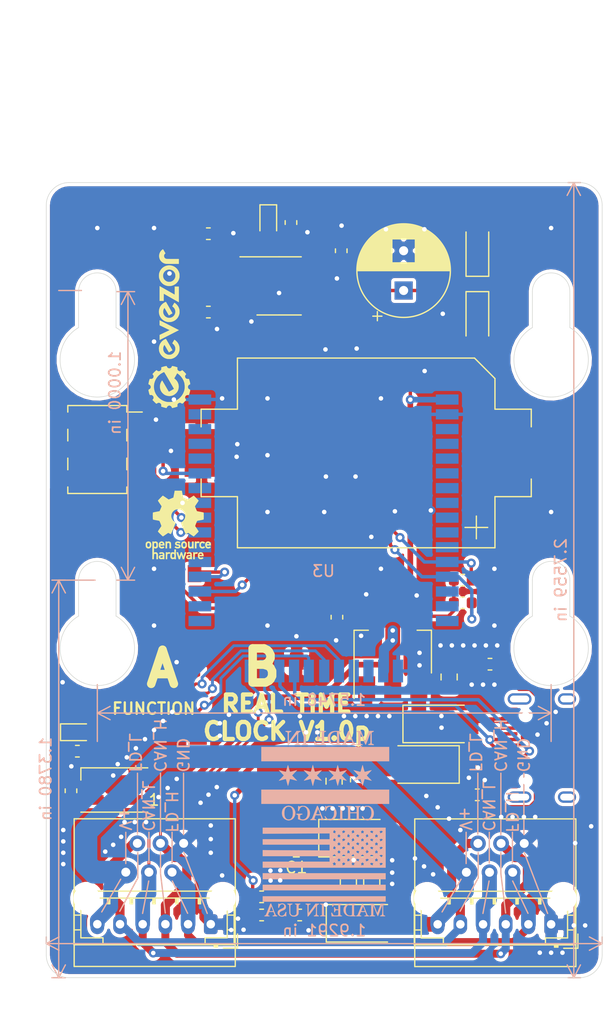
<source format=kicad_pcb>
(kicad_pcb (version 20171130) (host pcbnew "(5.1.5)-3")
  (layers (0 F.Cu signal) (31 B.Cu signal) (34 B.Paste user) (35 F.Paste user) (36 B.SilkS user) (37 F.SilkS user) (38 B.Mask user) (39 F.Mask user) (44 Edge.Cuts user))
  (net 0 "")
  (net 1 "Net-(C1-Pad2)")
  (net 2 "Net-(C1-Pad1)")
  (net 3 "Net-(C2-Pad2)")
  (net 4 GND)
  (net 5 /CAN_H)
  (net 6 /CAN_L)
  (net 7 +3V3)
  (net 8 /FD_H)
  (net 9 /FD_L)
  (net 10 "Net-(D3-Pad1)")
  (net 11 /RESET)
  (net 12 "Net-(U3-Pad19)")
  (net 13 "Net-(U3-Pad16)")
  (net 14 "Net-(U3-Pad28)")
  (net 15 "Net-(U3-Pad15)")
  (net 16 "Net-(U3-Pad14)")
  (net 17 "Net-(U3-Pad11)")
  (net 18 "Net-(U3-Pad10)")
  (net 19 "Net-(U3-Pad9)")
  (net 20 "Net-(U3-Pad8)")
  (net 21 "Net-(U3-Pad7)")
  (net 22 "Net-(U3-Pad6)")
  (net 23 "Net-(U3-Pad5)")
  (net 24 "Net-(U3-Pad29)")
  (net 25 "Net-(U3-Pad32)")
  (net 26 "Net-(U3-Pad33)")
  (net 27 "Net-(U3-Pad37)")
  (net 28 /NEO_STATUS)
  (net 29 "Net-(U3-Pad3)")
  (net 30 "Net-(U3-Pad4)")
  (net 31 "Net-(J1-PadA8)")
  (net 32 "Net-(J1-PadB8)")
  (net 33 "Net-(C3-Pad1)")
  (net 34 /BOOT)
  (net 35 /D+)
  (net 36 /CC2)
  (net 37 /D-)
  (net 38 /CC1)
  (net 39 /VREG_OUT)
  (net 40 /USB_VCC)
  (net 41 /FUNCTION_BUTTON)
  (net 42 "Net-(C8-Pad1)")
  (net 43 /HBT_LED)
  (net 44 "Net-(D6-Pad1)")
  (net 45 VBUS)
  (net 46 /OLED_SCL)
  (net 47 /OLED_SDA)
  (net 48 "Net-(U3-Pad42)")
  (net 49 "Net-(U3-Pad41)")
  (net 50 "Net-(U3-Pad40)")
  (net 51 "Net-(U3-Pad39)")
  (net 52 "Net-(U3-Pad20)")
  (net 53 "Net-(BT1-Pad1)")
  (net 54 /OSCI)
  (net 55 /CLKPWR)
  (net 56 /OSCO)
  (net 57 /CLKOUT)
  (net 58 "Net-(D9-Pad1)")
  (net 59 /SDA)
  (net 60 /SCL)
  (net 61 "Net-(U4-Pad3)")
  (net 62 /BUTTON_A)
  (net 63 /BUTTON_B)
  (module EvezorLIB:SWITCH_2x3_SMD_TACTILE_GREEN (layer F.Cu) (at 122.57 119.28 270)
    (fp_text reference SW3)
    (fp_text value SW_Push)
    (pad 2 smd rect (at 3.85 0 270) (size 1.5 1.2) (layers F.Cu F.Paste F.Mask) (net 4 GND))
    (pad 1 smd rect (at -3.85 0 270) (size 1.5 1.2) (layers F.Cu F.Paste F.Mask) (net 63 /BUTTON_B))
  )
  (module EvezorLIB:SWITCH_2x3_SMD_TACTILE_GREEN (layer F.Cu) (at 113.57 119.28 270)
    (fp_text reference SW2)
    (fp_text value SW_Push)
    (pad 2 smd rect (at 3.85 0 270) (size 1.5 1.2) (layers F.Cu F.Paste F.Mask) (net 4 GND))
    (pad 1 smd rect (at -3.85 0 270) (size 1.5 1.2) (layers F.Cu F.Paste F.Mask) (net 62 /BUTTON_A))
  )
  (module EvezorLIB:CRYSTAL_SEIKO_32.768_SC-32S32.768kHz20PPM12.5pF (layer F.Cu) (at 114.3 88.85 90)
    (fp_text reference Y1)
    (fp_text value Crystal)
    (pad 2 smd rect (at 1.25 0 90) (size 1 1.8) (layers F.Cu F.Paste F.Mask) (net 54 /OSCI))
    (pad 1 smd rect (at -1.25 0 90) (size 1 1.8) (layers F.Cu F.Paste F.Mask) (net 56 /OSCO))
  )
  (module Package_SO:SOIC-8_3.9x4.9mm_P1.27mm (layer F.Cu) (at 121.025 90.095)
    (fp_text reference U4)
    (fp_text value RTC_REAL_TIME_CLOCK_PCF8563)
    (pad 8 smd roundrect (at 2.475 -1.905) (size 1.95 0.6) (layers F.Cu F.Paste F.Mask) (net 55 /CLKPWR))
    (pad 7 smd roundrect (at 2.475 -0.635) (size 1.95 0.6) (layers F.Cu F.Paste F.Mask) (net 57 /CLKOUT))
    (pad 6 smd roundrect (at 2.475 0.635) (size 1.95 0.6) (layers F.Cu F.Paste F.Mask) (net 60 /SCL))
    (pad 5 smd roundrect (at 2.475 1.905) (size 1.95 0.6) (layers F.Cu F.Paste F.Mask) (net 59 /SDA))
    (pad 4 smd roundrect (at -2.475 1.905) (size 1.95 0.6) (layers F.Cu F.Paste F.Mask) (net 4 GND))
    (pad 3 smd roundrect (at -2.475 0.635) (size 1.95 0.6) (layers F.Cu F.Paste F.Mask) (net 61 "Net-(U4-Pad3)"))
    (pad 2 smd roundrect (at -2.475 -0.635) (size 1.95 0.6) (layers F.Cu F.Paste F.Mask) (net 56 /OSCO))
    (pad 1 smd roundrect (at -2.475 -1.905) (size 1.95 0.6) (layers F.Cu F.Paste F.Mask) (net 54 /OSCI))
  )
  (module Resistor_SMD:R_0603_1608Metric (layer F.Cu) (at 122.07 84.5175 90)
    (fp_text reference R8)
    (fp_text value 15k)
    (pad 2 smd roundrect (at 0.7875 0 90) (size 0.875 0.95) (layers F.Cu F.Paste F.Mask) (net 58 "Net-(D9-Pad1)"))
    (pad 1 smd roundrect (at -0.7875 0 90) (size 0.875 0.95) (layers F.Cu F.Paste F.Mask) (net 4 GND))
  )
  (module Resistor_SMD:R_0603_1608Metric (layer F.Cu) (at 137.2125 116)
    (fp_text reference R7)
    (fp_text value 4.7k)
    (pad 2 smd roundrect (at 0.7875 0) (size 0.875 0.95) (layers F.Cu F.Paste F.Mask) (net 60 /SCL))
    (pad 1 smd roundrect (at -0.7875 0) (size 0.875 0.95) (layers F.Cu F.Paste F.Mask) (net 7 +3V3))
  )
  (module Resistor_SMD:R_0603_1608Metric (layer F.Cu) (at 137.2125 118)
    (fp_text reference R6)
    (fp_text value 4.7k)
    (pad 2 smd roundrect (at 0.7875 0) (size 0.875 0.95) (layers F.Cu F.Paste F.Mask) (net 59 /SDA))
    (pad 1 smd roundrect (at -0.7875 0) (size 0.875 0.95) (layers F.Cu F.Paste F.Mask) (net 7 +3V3))
  )
  (module LED_SMD:LED_0603_1608Metric (layer F.Cu) (at 120.07 84.4425 270)
    (fp_text reference D9)
    (fp_text value LED)
    (pad 2 smd roundrect (at 0.7875 0 270) (size 0.875 0.95) (layers F.Cu F.Paste F.Mask) (net 57 /CLKOUT))
    (pad 1 smd roundrect (at -0.7875 0 270) (size 0.875 0.95) (layers F.Cu F.Paste F.Mask) (net 58 "Net-(D9-Pad1)"))
  )
  (module Diode_SMD:D_SOD-123 (layer F.Cu) (at 138.5 87 90)
    (fp_text reference D8)
    (fp_text value 1n4148)
    (pad 2 smd rect (at 1.65 0 90) (size 0.9 1.2) (layers F.Cu F.Paste F.Mask) (net 7 +3V3))
    (pad 1 smd rect (at -1.65 0 90) (size 0.9 1.2) (layers F.Cu F.Paste F.Mask) (net 55 /CLKPWR))
  )
  (module Diode_SMD:D_SOD-123 (layer F.Cu) (at 138.5 92.85 270)
    (fp_text reference D7)
    (fp_text value 1n4148)
    (pad 2 smd rect (at 1.65 0 270) (size 0.9 1.2) (layers F.Cu F.Paste F.Mask) (net 53 "Net-(BT1-Pad1)"))
    (pad 1 smd rect (at -1.65 0 270) (size 0.9 1.2) (layers F.Cu F.Paste F.Mask) (net 55 /CLKPWR))
  )
  (module Capacitor_SMD:C_0603_1608Metric (layer F.Cu) (at 126.5 87 270)
    (fp_text reference C13)
    (fp_text value .1uF)
    (pad 2 smd roundrect (at 0.7875 0 270) (size 0.875 0.95) (layers F.Cu F.Paste F.Mask) (net 55 /CLKPWR))
    (pad 1 smd roundrect (at -0.7875 0 270) (size 0.875 0.95) (layers F.Cu F.Paste F.Mask) (net 4 GND))
  )
  (module Capacitor_SMD:C_0603_1608Metric (layer F.Cu) (at 114.7875 92.4 180)
    (fp_text reference C12)
    (fp_text value 12.5pF)
    (pad 2 smd roundrect (at 0.7875 0 180) (size 0.875 0.95) (layers F.Cu F.Paste F.Mask) (net 56 /OSCO))
    (pad 1 smd roundrect (at -0.7875 0 180) (size 0.875 0.95) (layers F.Cu F.Paste F.Mask) (net 4 GND))
  )
  (module Capacitor_THT:CP_Radial_D8.0mm_P3.50mm (layer F.Cu) (at 132 90.5 90)
    (fp_text reference C11)
    (fp_text value 1F)
    (pad 2 thru_hole circle (at 3.5 0 90) (size 1.6 1.6) (drill 0.8) (layers *.Cu *.Mask) (net 4 GND))
    (pad 1 thru_hole rect (at 0 0 90) (size 1.6 1.6) (drill 0.8) (layers *.Cu *.Mask) (net 55 /CLKPWR))
  )
  (module Capacitor_SMD:C_0603_1608Metric (layer F.Cu) (at 114.7875 85.5 180)
    (fp_text reference C7)
    (fp_text value 12.5pF)
    (pad 2 smd roundrect (at 0.7875 0 180) (size 0.875 0.95) (layers F.Cu F.Paste F.Mask) (net 54 /OSCI))
    (pad 1 smd roundrect (at -0.7875 0 180) (size 0.875 0.95) (layers F.Cu F.Paste F.Mask) (net 4 GND))
  )
  (module Evezor_extras:BatteryHolder_Keystone_1060_1x2032 (layer F.Cu) (at 128.7 104.8 180)
    (fp_text reference BT1)
    (fp_text value Battery_Cell)
    (pad 1 smd rect (at -14.5 0) (size 3 4.2) (layers F.Cu F.Paste F.Mask) (net 53 "Net-(BT1-Pad1)"))
    (pad 2 smd rect (at 14.5 0) (size 3 4.2) (layers F.Cu F.Paste F.Mask) (net 4 GND))
  )
  (module Capacitor_SMD:C_0805_2012Metric (layer F.Cu) (at 127.13 142.61 90)
    (fp_text reference C3)
    (fp_text value ".1uF 100V")
    (pad 2 smd roundrect (at 0.9375 0 90) (size 0.975 1.4) (layers F.Cu F.Paste F.Mask) (net 4 GND))
    (pad 1 smd roundrect (at -0.9375 0 90) (size 0.975 1.4) (layers F.Cu F.Paste F.Mask) (net 33 "Net-(C3-Pad1)"))
  )
  (module Capacitor_SMD:C_0805_2012Metric (layer F.Cu) (at 122.54 139.66 180)
    (fp_text reference C1 (at 0 -1.65) (layer F.SilkS))
    (fp_text value ".1uF 100V")
    (pad 2 smd roundrect (at 0.9375 0 180) (size 0.975 1.4) (layers F.Cu F.Paste F.Mask) (net 1 "Net-(C1-Pad2)"))
    (pad 1 smd roundrect (at -0.9375 0 180) (size 0.975 1.4) (layers F.Cu F.Paste F.Mask) (net 2 "Net-(C1-Pad1)"))
  )
  (module Connector_PinSocket_2.54mm:PinSocket_2x03_P2.54mm_Vertical_SMD (layer F.Cu) (at 105 104.5)
    (fp_text reference J6)
    (fp_text value Conn_02x03_Odd_Even)
    (pad 6 smd rect (at -2.52 2.54) (size 3 1) (layers F.Cu F.Paste F.Mask) (net 7 +3V3))
    (pad 5 smd rect (at 2.52 2.54) (size 3 1) (layers F.Cu F.Paste F.Mask) (net 46 /OLED_SCL))
    (pad 4 smd rect (at -2.52 0) (size 3 1) (layers F.Cu F.Paste F.Mask) (net 47 /OLED_SDA))
    (pad 3 smd rect (at 2.52 0) (size 3 1) (layers F.Cu F.Paste F.Mask) (net 34 /BOOT))
    (pad 2 smd rect (at -2.52 -2.54) (size 3 1) (layers F.Cu F.Paste F.Mask) (net 11 /RESET))
    (pad 1 smd rect (at 2.52 -2.54) (size 3 1) (layers F.Cu F.Paste F.Mask) (net 4 GND))
  )
  (module Symbol:OSHW-Logo_5.7x6mm_SilkScreen (layer F.Cu) (at 112.13 111.14)
    (fp_text reference REF** hide)
    (fp_text value OSHW-Logo_5.7x6mm_SilkScreen hide)
  )
  (module Evezor_extras:MADE_IN_CHICAGO (layer B.Cu) (at 125.1 133.2 180)
    (fp_text reference G*** hide)
    (fp_text value LOGO hide)
  )
  (module "Evezor_extras:MADE IN USA" (layer B.Cu) (at 125 141.7 180)
    (fp_text reference G*** hide)
    (fp_text value LOGO hide)
  )
  (module EvezorLIB:LOGO_37 (layer F.Cu) (at 111.34 99 90)
    (fp_text reference G*** hide)
    (fp_text value LOGO hide)
  )
  (module EvezorLIB:evezor_18 (layer F.Cu) (at 111.34 91.7 90)
    (fp_text reference G*** hide)
    (fp_text value LOGO hide)
  )
  (module LED_SMD:LED_SK6812MINI_PLCC4_3.5x3.5mm_P1.75mm (layer F.Cu) (at 106.5 134.475 180)
    (fp_text reference D6)
    (fp_text value SK6812MINI)
    (fp_text user 1 (at -3.5 -0.875) (layer F.SilkS))
    (pad 1 smd rect (at -1.75 -0.875 180) (size 1.6 0.85) (layers F.Cu F.Paste F.Mask) (net 44 "Net-(D6-Pad1)"))
    (pad 2 smd rect (at -1.75 0.875 180) (size 1.6 0.85) (layers F.Cu F.Paste F.Mask) (net 4 GND))
    (pad 4 smd rect (at 1.75 -0.875 180) (size 1.6 0.85) (layers F.Cu F.Paste F.Mask) (net 7 +3V3))
    (pad 3 smd rect (at 1.75 0.875 180) (size 1.6 0.85) (layers F.Cu F.Paste F.Mask) (net 28 /NEO_STATUS))
  )
  (module EvezorLIB:USB_C_Receptacle_HRO_TYPE-C-31-M-12 (layer F.Cu) (at 145.35 130.78 90)
    (fp_text reference J1)
    (fp_text value USB_C_Receptacle_USB2.0)
    (pad B1 smd rect (at 3.25 -4.045 90) (size 0.6 1.45) (layers F.Cu F.Paste F.Mask) (net 4 GND))
    (pad A9 smd rect (at 2.45 -4.045 90) (size 0.6 1.45) (layers F.Cu F.Paste F.Mask) (net 40 /USB_VCC))
    (pad B9 smd rect (at -2.45 -4.045 90) (size 0.6 1.45) (layers F.Cu F.Paste F.Mask) (net 40 /USB_VCC))
    (pad B12 smd rect (at -3.25 -4.045 90) (size 0.6 1.45) (layers F.Cu F.Paste F.Mask) (net 4 GND))
    (pad A1 smd rect (at -3.25 -4.045 90) (size 0.6 1.45) (layers F.Cu F.Paste F.Mask) (net 4 GND))
    (pad A4 smd rect (at -2.45 -4.045 90) (size 0.6 1.45) (layers F.Cu F.Paste F.Mask) (net 40 /USB_VCC))
    (pad B4 smd rect (at 2.45 -4.045 90) (size 0.6 1.45) (layers F.Cu F.Paste F.Mask) (net 40 /USB_VCC))
    (pad A12 smd rect (at 3.25 -4.045 90) (size 0.6 1.45) (layers F.Cu F.Paste F.Mask) (net 4 GND))
    (pad B8 smd rect (at -1.75 -4.045 90) (size 0.3 1.45) (layers F.Cu F.Paste F.Mask) (net 32 "Net-(J1-PadB8)"))
    (pad A5 smd rect (at -1.25 -4.045 90) (size 0.3 1.45) (layers F.Cu F.Paste F.Mask) (net 38 /CC1))
    (pad B7 smd rect (at -0.75 -4.045 90) (size 0.3 1.45) (layers F.Cu F.Paste F.Mask) (net 37 /D-))
    (pad A7 smd rect (at 0.25 -4.045 90) (size 0.3 1.45) (layers F.Cu F.Paste F.Mask) (net 37 /D-))
    (pad B6 smd rect (at 0.75 -4.045 90) (size 0.3 1.45) (layers F.Cu F.Paste F.Mask) (net 35 /D+))
    (pad A8 smd rect (at 1.25 -4.045 90) (size 0.3 1.45) (layers F.Cu F.Paste F.Mask) (net 31 "Net-(J1-PadA8)"))
    (pad B5 smd rect (at 1.75 -4.045 90) (size 0.3 1.45) (layers F.Cu F.Paste F.Mask) (net 36 /CC2))
    (pad A6 smd rect (at -0.25 -4.045 90) (size 0.3 1.45) (layers F.Cu F.Paste F.Mask) (net 35 /D+))
    (pad "" thru_hole oval (at 4.32 -3.13 90) (size 1 2.1) (drill oval 0.6 1.7) (layers *.Cu *.Mask))
    (pad "" thru_hole oval (at -4.32 -3.13 90) (size 1 2.1) (drill oval 0.6 1.7) (layers *.Cu *.Mask))
    (pad "" np_thru_hole circle (at -2.89 -2.6 90) (size 0.65 0.65) (drill 0.65) (layers *.Cu *.Mask))
    (pad "" thru_hole oval (at -4.32 1.05 90) (size 1 1.6) (drill oval 0.6 1.2) (layers *.Cu *.Mask))
    (pad "" np_thru_hole circle (at 2.89 -2.6 90) (size 0.65 0.65) (drill 0.65) (layers *.Cu *.Mask))
    (pad "" thru_hole oval (at 4.32 1.05 90) (size 1 1.6) (drill oval 0.6 1.2) (layers *.Cu *.Mask))
  )
  (module EvezorLIB:EDGE_STAMP (layer B.Cu) (at 124.94 123.6 180)
    (fp_text reference U3 (at 0 8.4) (layer B.SilkS) (effects (justify mirror)))
    (fp_text value EDGE_STM32F405_CPU_V1)
    (pad 17 smd custom (at -6.56 -0.4 180) (size 0.9 2) (layers B.Cu B.Paste B.Mask) (net 4 GND) (options (clearance outline) (anchor rect)) (primitives))
    (pad 18 smd custom (at -5.26 -0.4 180) (size 0.9 2) (layers B.Cu B.Paste B.Mask) (net 7 +3V3) (options (clearance outline) (anchor rect)) (primitives))
    (pad 19 smd custom (at -3.96 -0.4 180) (size 0.9 2) (layers B.Cu B.Paste B.Mask) (net 12 "Net-(U3-Pad19)") (options (clearance outline) (anchor rect)) (primitives))
    (pad 20 smd custom (at -2.66 -0.4 180) (size 0.9 2) (layers B.Cu B.Paste B.Mask) (net 52 "Net-(U3-Pad20)") (options (clearance outline) (anchor rect)) (primitives))
    (pad 21 smd custom (at -1.36 -0.4 180) (size 0.9 2) (layers B.Cu B.Paste B.Mask) (net 43 /HBT_LED) (options (clearance outline) (anchor rect)) (primitives))
    (pad 22 smd custom (at -0.06 -0.4 180) (size 0.9 2) (layers B.Cu B.Paste B.Mask) (net 28 /NEO_STATUS) (options (clearance outline) (anchor rect)) (primitives))
    (pad 23 smd custom (at 1.3 -0.4 180) (size 0.9 2) (layers B.Cu B.Paste B.Mask) (net 41 /FUNCTION_BUTTON) (options (clearance outline) (anchor rect)) (primitives))
    (pad 24 smd custom (at 2.6 -0.4 180) (size 0.9 2) (layers B.Cu B.Paste B.Mask) (net 37 /D-) (options (clearance outline) (anchor rect)) (primitives))
    (pad 25 smd custom (at 3.9 -0.4 180) (size 0.9 2) (layers B.Cu B.Paste B.Mask) (net 35 /D+) (options (clearance outline) (anchor rect)) (primitives))
    (pad 26 smd custom (at 5.2 -0.4 180) (size 0.9 2) (layers B.Cu B.Paste B.Mask) (net 5 /CAN_H) (options (clearance outline) (anchor rect)) (primitives))
    (pad 27 smd custom (at 6.5 -0.4 180) (size 0.9 2) (layers B.Cu B.Paste B.Mask) (net 6 /CAN_L) (options (clearance outline) (anchor rect)) (primitives))
    (pad 16 smd custom (at -10.9 4 90) (size 0.9 2) (layers B.Cu B.Paste B.Mask) (net 13 "Net-(U3-Pad16)") (options (clearance outline) (anchor rect)) (primitives))
    (pad 28 smd custom (at 10.9 4 90) (size 0.9 2) (layers B.Cu B.Paste B.Mask) (net 14 "Net-(U3-Pad28)") (options (clearance outline) (anchor rect)) (primitives))
    (pad 15 smd custom (at -10.9 5.3 90) (size 0.9 2) (layers B.Cu B.Paste B.Mask) (net 15 "Net-(U3-Pad15)") (options (clearance outline) (anchor rect)) (primitives))
    (pad 14 smd custom (at -10.9 6.6 90) (size 0.9 2) (layers B.Cu B.Paste B.Mask) (net 16 "Net-(U3-Pad14)") (options (clearance outline) (anchor rect)) (primitives))
    (pad 13 smd custom (at -10.9 7.9 90) (size 0.9 2) (layers B.Cu B.Paste B.Mask) (net 59 /SDA) (options (clearance outline) (anchor rect)) (primitives))
    (pad 12 smd custom (at -10.9 9.2 90) (size 0.9 2) (layers B.Cu B.Paste B.Mask) (net 60 /SCL) (options (clearance outline) (anchor rect)) (primitives))
    (pad 11 smd custom (at -10.9 10.5 90) (size 0.9 2) (layers B.Cu B.Paste B.Mask) (net 17 "Net-(U3-Pad11)") (options (clearance outline) (anchor rect)) (primitives))
    (pad 10 smd custom (at -10.9 11.8 90) (size 0.9 2) (layers B.Cu B.Paste B.Mask) (net 18 "Net-(U3-Pad10)") (options (clearance outline) (anchor rect)) (primitives))
    (pad 9 smd custom (at -10.9 13.1 90) (size 0.9 2) (layers B.Cu B.Paste B.Mask) (net 19 "Net-(U3-Pad9)") (options (clearance outline) (anchor rect)) (primitives))
    (pad 8 smd custom (at -10.9 14.4 90) (size 0.9 2) (layers B.Cu B.Paste B.Mask) (net 20 "Net-(U3-Pad8)") (options (clearance outline) (anchor rect)) (primitives))
    (pad 7 smd custom (at -10.9 15.7 90) (size 0.9 2) (layers B.Cu B.Paste B.Mask) (net 21 "Net-(U3-Pad7)") (options (clearance outline) (anchor rect)) (primitives))
    (pad 6 smd custom (at -10.9 17 90) (size 0.9 2) (layers B.Cu B.Paste B.Mask) (net 22 "Net-(U3-Pad6)") (options (clearance outline) (anchor rect)) (primitives))
    (pad 5 smd custom (at -10.9 18.3 90) (size 0.9 2) (layers B.Cu B.Paste B.Mask) (net 23 "Net-(U3-Pad5)") (options (clearance outline) (anchor rect)) (primitives))
    (pad 4 smd custom (at -10.9 19.6 90) (size 0.9 2) (layers B.Cu B.Paste B.Mask) (net 30 "Net-(U3-Pad4)") (options (clearance outline) (anchor rect)) (primitives))
    (pad 3 smd custom (at -10.9 20.9 90) (size 0.9 2) (layers B.Cu B.Paste B.Mask) (net 29 "Net-(U3-Pad3)") (options (clearance outline) (anchor rect)) (primitives))
    (pad 2 smd custom (at -10.9 22.2 90) (size 0.9 2) (layers B.Cu B.Paste B.Mask) (net 4 GND) (options (clearance outline) (anchor rect)) (primitives))
    (pad 1 smd custom (at -10.9 23.5 90) (size 0.9 2) (layers B.Cu B.Paste B.Mask) (net 7 +3V3) (options (clearance outline) (anchor rect)) (primitives))
    (pad 29 smd custom (at 10.9 5.3 90) (size 0.9 2) (layers B.Cu B.Paste B.Mask) (net 24 "Net-(U3-Pad29)") (options (clearance outline) (anchor rect)) (primitives))
    (pad 30 smd custom (at 10.9 6.6 90) (size 0.9 2) (layers B.Cu B.Paste B.Mask) (net 63 /BUTTON_B) (options (clearance outline) (anchor rect)) (primitives))
    (pad 31 smd custom (at 10.9 7.9 90) (size 0.9 2) (layers B.Cu B.Paste B.Mask) (net 62 /BUTTON_A) (options (clearance outline) (anchor rect)) (primitives))
    (pad 32 smd custom (at 10.9 9.2 90) (size 0.9 2) (layers B.Cu B.Paste B.Mask) (net 25 "Net-(U3-Pad32)") (options (clearance outline) (anchor rect)) (primitives))
    (pad 33 smd custom (at 10.9 10.5 90) (size 0.9 2) (layers B.Cu B.Paste B.Mask) (net 26 "Net-(U3-Pad33)") (options (clearance outline) (anchor rect)) (primitives))
    (pad 34 smd custom (at 10.9 11.8 90) (size 0.9 2) (layers B.Cu B.Paste B.Mask) (net 46 /OLED_SCL) (options (clearance outline) (anchor rect)) (primitives))
    (pad 35 smd custom (at 10.9 13.1 90) (size 0.9 2) (layers B.Cu B.Paste B.Mask) (net 47 /OLED_SDA) (options (clearance outline) (anchor rect)) (primitives))
    (pad 36 smd custom (at 10.9 14.4 90) (size 0.9 2) (layers B.Cu B.Paste B.Mask) (net 34 /BOOT) (options (clearance outline) (anchor rect)) (primitives))
    (pad 37 smd custom (at 10.9 15.7 90) (size 0.9 2) (layers B.Cu B.Paste B.Mask) (net 27 "Net-(U3-Pad37)") (options (clearance outline) (anchor rect)) (primitives))
    (pad 38 smd custom (at 10.9 17 90) (size 0.9 2) (layers B.Cu B.Paste B.Mask) (net 11 /RESET) (options (clearance outline) (anchor rect)) (primitives))
    (pad 39 smd custom (at 10.9 18.3 90) (size 0.9 2) (layers B.Cu B.Paste B.Mask) (net 51 "Net-(U3-Pad39)") (options (clearance outline) (anchor rect)) (primitives))
    (pad 40 smd custom (at 10.9 19.6 90) (size 0.9 2) (layers B.Cu B.Paste B.Mask) (net 50 "Net-(U3-Pad40)") (options (clearance outline) (anchor rect)) (primitives))
    (pad 41 smd custom (at 10.9 20.9 90) (size 0.9 2) (layers B.Cu B.Paste B.Mask) (net 49 "Net-(U3-Pad41)") (options (clearance outline) (anchor rect)) (primitives))
    (pad 42 smd custom (at 10.9 22.2 90) (size 0.9 2) (layers B.Cu B.Paste B.Mask) (net 48 "Net-(U3-Pad42)") (options (clearance outline) (anchor rect)) (primitives))
    (pad 43 smd custom (at 10.9 23.5 90) (size 0.9 2) (layers B.Cu B.Paste B.Mask) (net 4 GND) (options (clearance outline) (anchor rect)) (primitives))
  )
  (module Capacitor_SMD:C_0603_1608Metric (layer F.Cu) (at 102.68 134.5425 270)
    (fp_text reference C9)
    (fp_text value .1uF)
    (pad 2 smd roundrect (at 0.7875 0 270) (size 0.875 0.95) (layers F.Cu F.Paste F.Mask) (net 7 +3V3))
    (pad 1 smd roundrect (at -0.7875 0 270) (size 0.875 0.95) (layers F.Cu F.Paste F.Mask) (net 4 GND))
  )
  (module Connector_JST:JST_PH_B6B-PH-K_1x06_P2.00mm_Vertical (layer F.Cu) (at 115 146.29 180)
    (fp_text reference J5)
    (fp_text value PH)
    (pad 6 thru_hole oval (at 10 0 180) (size 1.2 1.75) (drill 0.75) (layers *.Cu *.Mask) (net 45 VBUS))
    (pad 5 thru_hole oval (at 8 0 180) (size 1.2 1.75) (drill 0.75) (layers *.Cu *.Mask) (net 9 /FD_L))
    (pad 4 thru_hole oval (at 6 0 180) (size 1.2 1.75) (drill 0.75) (layers *.Cu *.Mask) (net 6 /CAN_L))
    (pad 3 thru_hole oval (at 4 0 180) (size 1.2 1.75) (drill 0.75) (layers *.Cu *.Mask) (net 5 /CAN_H))
    (pad 2 thru_hole oval (at 2 0 180) (size 1.2 1.75) (drill 0.75) (layers *.Cu *.Mask) (net 8 /FD_H))
    (pad 1 thru_hole roundrect (at 0 0 180) (size 1.2 1.75) (drill 0.75) (layers *.Cu *.Mask) (roundrect_rratio 0.208333) (net 4 GND))
  )
  (module Capacitor_SMD:C_0603_1608Metric (layer F.Cu) (at 127.83 133.5975 270)
    (fp_text reference C5)
    (fp_text value .1uF)
    (pad 2 smd roundrect (at 0.7875 0 270) (size 0.875 0.95) (layers F.Cu F.Paste F.Mask) (net 4 GND))
    (pad 1 smd roundrect (at -0.7875 0 270) (size 0.875 0.95) (layers F.Cu F.Paste F.Mask) (net 39 /VREG_OUT))
  )
  (module Capacitor_SMD:C_0805_2012Metric (layer F.Cu) (at 125.87 133.7 270)
    (fp_text reference C6)
    (fp_text value 22uF)
    (pad 2 smd roundrect (at 0.9375 0 270) (size 0.975 1.4) (layers F.Cu F.Paste F.Mask) (net 4 GND))
    (pad 1 smd roundrect (at -0.9375 0 270) (size 0.975 1.4) (layers F.Cu F.Paste F.Mask) (net 39 /VREG_OUT))
  )
  (module Capacitor_SMD:C_0603_1608Metric (layer F.Cu) (at 119.4825 143.88)
    (fp_text reference C2)
    (fp_text value .1uF)
    (pad 2 smd roundrect (at 0.7875 0) (size 0.875 0.95) (layers F.Cu F.Paste F.Mask) (net 3 "Net-(C2-Pad2)"))
    (pad 1 smd roundrect (at -0.7875 0) (size 0.875 0.95) (layers F.Cu F.Paste F.Mask) (net 39 /VREG_OUT))
  )
  (module Capacitor_SMD:C_0805_2012Metric (layer F.Cu) (at 129.19 142.5975 90)
    (fp_text reference C4)
    (fp_text value 4.7uF)
    (pad 2 smd roundrect (at 0.9375 0 90) (size 0.975 1.4) (layers F.Cu F.Paste F.Mask) (net 4 GND))
    (pad 1 smd roundrect (at -0.9375 0 90) (size 0.975 1.4) (layers F.Cu F.Paste F.Mask) (net 33 "Net-(C3-Pad1)"))
  )
  (module EvezorLIB:RJ11_C189747_Horizontal (layer F.Cu) (at 140.079999 141.719999 180)
    (fp_text reference J2)
    (fp_text value RJ11)
    (pad "" np_thru_hole circle (at 6 -2.3) (size 2.3 2.3) (drill 2.3) (layers *.Cu *.Mask))
    (pad "" np_thru_hole circle (at -6 -2.3 180) (size 2.3 2.3) (drill 2.3) (layers *.Cu *.Mask))
    (pad 5 thru_hole circle (at 1.53 2.54 180) (size 1.39 1.39) (drill 0.79) (layers *.Cu *.Mask) (net 9 /FD_L))
    (pad 3 thru_hole circle (at -0.51 2.54 180) (size 1.39 1.39) (drill 0.79) (layers *.Cu *.Mask) (net 5 /CAN_H))
    (pad 1 thru_hole circle (at -2.55 2.54 180) (size 1.39 1.39) (drill 0.79) (layers *.Cu *.Mask) (net 4 GND))
    (pad 6 thru_hole circle (at 2.55 0 180) (size 1.39 1.39) (drill 0.79) (layers *.Cu *.Mask) (net 45 VBUS))
    (pad 4 thru_hole circle (at 0.51 0 180) (size 1.39 1.39) (drill 0.79) (layers *.Cu *.Mask) (net 6 /CAN_L))
    (pad 2 thru_hole circle (at -1.53 0 180) (size 1.39 1.39) (drill 0.79) (layers *.Cu *.Mask) (net 8 /FD_H))
  )
  (module EvezorLIB:RJ11_C189747_Horizontal (layer F.Cu) (at 110.059999 141.709999 180)
    (fp_text reference J3)
    (fp_text value RJ11)
    (pad "" np_thru_hole circle (at 6 -2.3) (size 2.3 2.3) (drill 2.3) (layers *.Cu *.Mask))
    (pad "" np_thru_hole circle (at -6 -2.3 180) (size 2.3 2.3) (drill 2.3) (layers *.Cu *.Mask))
    (pad 5 thru_hole circle (at 1.53 2.54 180) (size 1.39 1.39) (drill 0.79) (layers *.Cu *.Mask) (net 9 /FD_L))
    (pad 3 thru_hole circle (at -0.51 2.54 180) (size 1.39 1.39) (drill 0.79) (layers *.Cu *.Mask) (net 5 /CAN_H))
    (pad 1 thru_hole circle (at -2.55 2.54 180) (size 1.39 1.39) (drill 0.79) (layers *.Cu *.Mask) (net 4 GND))
    (pad 6 thru_hole circle (at 2.55 0 180) (size 1.39 1.39) (drill 0.79) (layers *.Cu *.Mask) (net 45 VBUS))
    (pad 4 thru_hole circle (at 0.51 0 180) (size 1.39 1.39) (drill 0.79) (layers *.Cu *.Mask) (net 6 /CAN_L))
    (pad 2 thru_hole circle (at -1.53 0 180) (size 1.39 1.39) (drill 0.79) (layers *.Cu *.Mask) (net 8 /FD_H))
  )
  (module Connector_JST:JST_PH_B6B-PH-K_1x06_P2.00mm_Vertical (layer F.Cu) (at 145 146.3 180)
    (fp_text reference J4)
    (fp_text value PH)
    (pad 6 thru_hole oval (at 10 0 180) (size 1.2 1.75) (drill 0.75) (layers *.Cu *.Mask) (net 45 VBUS))
    (pad 5 thru_hole oval (at 8 0 180) (size 1.2 1.75) (drill 0.75) (layers *.Cu *.Mask) (net 9 /FD_L))
    (pad 4 thru_hole oval (at 6 0 180) (size 1.2 1.75) (drill 0.75) (layers *.Cu *.Mask) (net 6 /CAN_L))
    (pad 3 thru_hole oval (at 4 0 180) (size 1.2 1.75) (drill 0.75) (layers *.Cu *.Mask) (net 5 /CAN_H))
    (pad 2 thru_hole oval (at 2 0 180) (size 1.2 1.75) (drill 0.75) (layers *.Cu *.Mask) (net 8 /FD_H))
    (pad 1 thru_hole roundrect (at 0 0 180) (size 1.2 1.75) (drill 0.75) (layers *.Cu *.Mask) (roundrect_rratio 0.208333) (net 4 GND))
  )
  (module Resistor_SMD:R_0603_1608Metric (layer F.Cu) (at 122.8375 145.48 180)
    (fp_text reference R1)
    (fp_text value 10k)
    (pad 2 smd roundrect (at 0.7875 0 180) (size 0.875 0.95) (layers F.Cu F.Paste F.Mask) (net 3 "Net-(C2-Pad2)"))
    (pad 1 smd roundrect (at -0.7875 0 180) (size 0.875 0.95) (layers F.Cu F.Paste F.Mask) (net 4 GND))
  )
  (module Resistor_SMD:R_0603_1608Metric (layer F.Cu) (at 119.4825 145.48)
    (fp_text reference R2)
    (fp_text value 82k)
    (pad 2 smd roundrect (at 0.7875 0) (size 0.875 0.95) (layers F.Cu F.Paste F.Mask) (net 3 "Net-(C2-Pad2)"))
    (pad 1 smd roundrect (at -0.7875 0) (size 0.875 0.95) (layers F.Cu F.Paste F.Mask) (net 39 /VREG_OUT))
  )
  (module Package_TO_SOT_SMD:SOT-23-6 (layer F.Cu) (at 123.65 142.46)
    (fp_text reference U1)
    (fp_text value SY8401ABC)
    (pad 5 smd rect (at 1.1 0) (size 1.06 0.65) (layers F.Cu F.Paste F.Mask) (net 33 "Net-(C3-Pad1)"))
    (pad 6 smd rect (at 1.1 -0.95) (size 1.06 0.65) (layers F.Cu F.Paste F.Mask) (net 2 "Net-(C1-Pad1)"))
    (pad 4 smd rect (at 1.1 0.95) (size 1.06 0.65) (layers F.Cu F.Paste F.Mask) (net 33 "Net-(C3-Pad1)"))
    (pad 3 smd rect (at -1.1 0.95) (size 1.06 0.65) (layers F.Cu F.Paste F.Mask) (net 3 "Net-(C2-Pad2)"))
    (pad 2 smd rect (at -1.1 0) (size 1.06 0.65) (layers F.Cu F.Paste F.Mask) (net 4 GND))
    (pad 1 smd rect (at -1.1 -0.95) (size 1.06 0.65) (layers F.Cu F.Paste F.Mask) (net 1 "Net-(C1-Pad2)"))
  )
  (module Diode_SMD:D_SMA (layer F.Cu) (at 127.92 138.72)
    (fp_text reference D1)
    (fp_text value SX35_SCHOTTKY)
    (pad 2 smd rect (at 2 0) (size 2.5 1.8) (layers F.Cu F.Paste F.Mask) (net 4 GND))
    (pad 1 smd rect (at -2 0) (size 2.5 1.8) (layers F.Cu F.Paste F.Mask) (net 2 "Net-(C1-Pad1)"))
  )
  (module LED_SMD:LED_0603_1608Metric (layer F.Cu) (at 103.2425 129.39)
    (fp_text reference D3)
    (fp_text value LED)
    (pad 2 smd roundrect (at 0.7875 0) (size 0.875 0.95) (layers F.Cu F.Paste F.Mask) (net 43 /HBT_LED))
    (pad 1 smd roundrect (at -0.7875 0) (size 0.875 0.95) (layers F.Cu F.Paste F.Mask) (net 10 "Net-(D3-Pad1)"))
  )
  (module EvezorLIB:INDUCTOR_7.5X6.6_GCDA0630-220MC (layer F.Cu) (at 120.84 134.845 90)
    (fp_text reference L1)
    (fp_text value 22uH)
    (pad 2 smd rect (at 2.695 0 90) (size 1.98 3.43) (layers F.Cu F.Paste F.Mask) (net 39 /VREG_OUT))
    (pad 1 smd rect (at -2.695 0 90) (size 1.98 3.43) (layers F.Cu F.Paste F.Mask) (net 2 "Net-(C1-Pad1)"))
  )
  (module Resistor_SMD:R_0603_1608Metric (layer F.Cu) (at 103.2425 131.06 180)
    (fp_text reference R5)
    (fp_text value 15k)
    (pad 2 smd roundrect (at 0.7875 0 180) (size 0.875 0.95) (layers F.Cu F.Paste F.Mask) (net 10 "Net-(D3-Pad1)"))
    (pad 1 smd roundrect (at -0.7875 0 180) (size 0.875 0.95) (layers F.Cu F.Paste F.Mask) (net 4 GND))
  )
  (module Package_TO_SOT_SMD:SOT-223-3_TabPin2 (layer F.Cu) (at 131.04 122.32 90)
    (fp_text reference U2)
    (fp_text value AMS1117-3.3)
    (pad 1 smd rect (at -3.15 -2.3 90) (size 2 1.5) (layers F.Cu F.Paste F.Mask) (net 4 GND))
    (pad 3 smd rect (at -3.15 2.3 90) (size 2 1.5) (layers F.Cu F.Paste F.Mask) (net 42 "Net-(C8-Pad1)"))
    (pad 2 smd rect (at -3.15 0 90) (size 2 1.5) (layers F.Cu F.Paste F.Mask) (net 7 +3V3))
    (pad 2 smd rect (at 3.15 0 90) (size 2 3.8) (layers F.Cu F.Paste F.Mask) (net 7 +3V3))
  )
  (module Diode_SMD:D_SMA (layer F.Cu) (at 128.58 146.21)
    (fp_text reference D2)
    (fp_text value SX35_SCHOTTKY)
    (pad 1 smd rect (at -2 0) (size 2.5 1.8) (layers F.Cu F.Paste F.Mask) (net 33 "Net-(C3-Pad1)"))
    (pad 2 smd rect (at 2 0) (size 2.5 1.8) (layers F.Cu F.Paste F.Mask) (net 45 VBUS))
  )
  (module Resistor_SMD:R_0603_1608Metric (layer F.Cu) (at 139.6125 123.4 180)
    (fp_text reference R3)
    (fp_text value 5.1k)
    (pad 2 smd roundrect (at 0.7875 0 180) (size 0.875 0.95) (layers F.Cu F.Paste F.Mask) (net 4 GND))
    (pad 1 smd roundrect (at -0.7875 0 180) (size 0.875 0.95) (layers F.Cu F.Paste F.Mask) (net 36 /CC2))
  )
  (module Resistor_SMD:R_0603_1608Metric (layer F.Cu) (at 138.4875 134.9 180)
    (fp_text reference R4)
    (fp_text value 5.1k)
    (pad 1 smd roundrect (at -0.7875 0 180) (size 0.875 0.95) (layers F.Cu F.Paste F.Mask) (net 38 /CC1))
    (pad 2 smd roundrect (at 0.7875 0 180) (size 0.875 0.95) (layers F.Cu F.Paste F.Mask) (net 4 GND))
  )
  (module Diode_SMD:D_SMA (layer F.Cu) (at 135.34 128.66)
    (fp_text reference D4)
    (fp_text value SX35_SCHOTTKY)
    (pad 2 smd rect (at 2 0) (size 2.5 1.8) (layers F.Cu F.Paste F.Mask) (net 40 /USB_VCC))
    (pad 1 smd rect (at -2 0) (size 2.5 1.8) (layers F.Cu F.Paste F.Mask) (net 42 "Net-(C8-Pad1)"))
  )
  (module Diode_SMD:D_SMA (layer F.Cu) (at 133.5 132.23 180)
    (fp_text reference D5)
    (fp_text value SX35_SCHOTTKY)
    (pad 1 smd rect (at -2 0 180) (size 2.5 1.8) (layers F.Cu F.Paste F.Mask) (net 42 "Net-(C8-Pad1)"))
    (pad 2 smd rect (at 2 0 180) (size 2.5 1.8) (layers F.Cu F.Paste F.Mask) (net 39 /VREG_OUT))
  )
  (module EvezorLIB:SWITCH_2x3_SMD_TACTILE_GREEN (layer F.Cu) (at 110.05 129.9 180)
    (fp_text reference SW1)
    (fp_text value SW_Push)
    (pad 1 smd rect (at -3.85 0 180) (size 1.5 1.2) (layers F.Cu F.Paste F.Mask) (net 41 /FUNCTION_BUTTON))
    (pad 2 smd rect (at 3.85 0 180) (size 1.5 1.2) (layers F.Cu F.Paste F.Mask) (net 4 GND))
  )
  (module Capacitor_SMD:C_0805_2012Metric (layer F.Cu) (at 136.01 124.5275 90)
    (fp_text reference C8)
    (fp_text value 10uF)
    (pad 1 smd roundrect (at -0.9375 0 90) (size 0.975 1.4) (layers F.Cu F.Paste F.Mask) (net 42 "Net-(C8-Pad1)"))
    (pad 2 smd roundrect (at 0.9375 0 90) (size 0.975 1.4) (layers F.Cu F.Paste F.Mask) (net 4 GND))
  )
  (module Capacitor_SMD:C_0603_1608Metric (layer F.Cu) (at 126.12 119.2625 270)
    (fp_text reference C10)
    (fp_text value .1uF)
    (pad 1 smd roundrect (at -0.7875 0 270) (size 0.875 0.95) (layers F.Cu F.Paste F.Mask) (net 7 +3V3))
    (pad 2 smd roundrect (at 0.7875 0 270) (size 0.875 0.95) (layers F.Cu F.Paste F.Mask) (net 4 GND))
  )
  (gr_text B (at 119.48 123.66) (layer F.SilkS) (effects (font (size 3 3) (thickness 0.75))))
  (gr_text A (at 110.75 123.78) (layer F.SilkS) (effects (font (size 3 3) (thickness 0.75))))
  (gr_arc (start 105.000001 115.999999) (end 106.650001 115.999999) (angle -180) (layer Edge.Cuts) (width 0.05))
  (gr_line (start 103.35 119.163729) (end 103.35 115.999999) (layer Edge.Cuts) (width 0.05))
  (gr_arc (start 105 121.999999) (end 103.35 119.163729) (angle -299.6226003) (layer Edge.Cuts) (width 0.05))
  (gr_line (start 106.650001 119.163729) (end 106.650001 115.999999) (layer Edge.Cuts) (width 0.05))
  (gr_arc (start 102.500001 149) (end 100.500001 149) (angle -90) (layer Edge.Cuts) (width 0.05))
  (gr_line (start 100.500001 149) (end 100.5 83) (layer Edge.Cuts) (width 0.05))
  (gr_arc (start 102.5 83) (end 102.5 81) (angle -90) (layer Edge.Cuts) (width 0.05))
  (gr_line (start 102.5 81) (end 147.5 81) (layer Edge.Cuts) (width 0.05))
  (gr_arc (start 147.499999 83) (end 149.499999 83) (angle -90) (layer Edge.Cuts) (width 0.05))
  (gr_line (start 149.5 149) (end 149.499999 83) (layer Edge.Cuts) (width 0.05))
  (gr_arc (start 147.5 148.999999) (end 147.5 150.999999) (angle -90) (layer Edge.Cuts) (width 0.05))
  (gr_line (start 102.500001 151) (end 147.5 151) (layer Edge.Cuts) (width 0.05))
  (gr_arc (start 145 115.999999) (end 146.65 115.999999) (angle -180) (layer Edge.Cuts) (width 0.05))
  (gr_line (start 143.349999 119.163729) (end 143.35 115.999999) (layer Edge.Cuts) (width 0.05))
  (gr_arc (start 145 121.999999) (end 143.349999 119.163729) (angle -299.6226003) (layer Edge.Cuts) (width 0.05))
  (gr_line (start 146.65 119.163729) (end 146.65 115.999999) (layer Edge.Cuts) (width 0.05))
  (gr_arc (start 105 90.6) (end 106.65 90.6) (angle -180) (layer Edge.Cuts) (width 0.05))
  (gr_line (start 103.35 93.76373) (end 103.35 90.6) (layer Edge.Cuts) (width 0.05))
  (gr_arc (start 105 96.6) (end 103.35 93.76373) (angle -299.6226003) (layer Edge.Cuts) (width 0.05))
  (gr_line (start 106.65 93.76373) (end 106.65 90.6) (layer Edge.Cuts) (width 0.05))
  (gr_arc (start 144.999999 90.6) (end 146.65 90.6) (angle -180) (layer Edge.Cuts) (width 0.05))
  (gr_line (start 143.349999 93.76373) (end 143.349999 90.6) (layer Edge.Cuts) (width 0.05))
  (gr_arc (start 144.999999 96.6) (end 143.349999 93.76373) (angle -299.6226003) (layer Edge.Cuts) (width 0.05))
  (gr_line (start 146.649999 93.76373) (end 146.649999 90.6) (layer Edge.Cuts) (width 0.05))
  (gr_line (start 105 127.1) (end 105 125.2) (layer B.SilkS) (width 0.12))
  (gr_line (start 145 127.1) (end 145 125.2) (layer B.SilkS) (width 0.12))
  (gr_text "REAL TIME\nCLOCK V1.0p" (at 121.7 128.1) (layer F.SilkS) (effects (font (size 1.5 1.5) (thickness 0.375))))
  (dimension 69.999999 (width 0.12) (layer B.SilkS) (gr_text "70.000 mm" (at 148.27 115.999999 270) (layer B.SilkS) (effects (font (size 1 1) (thickness 0.15)) (justify mirror))) (feature1 (pts (xy 146.5 150.999999) (xy 147.586421 150.999999))) (feature2 (pts (xy 146.5 81) (xy 147.586421 81))) (crossbar (pts (xy 147 81) (xy 147 150.999999))) (arrow1a (pts (xy 147 150.999999) (xy 146.413579 149.873495))) (arrow1b (pts (xy 147 150.999999) (xy 147.586421 149.873495))) (arrow2a (pts (xy 147 81) (xy 146.413579 82.126504))) (arrow2b (pts (xy 147 81) (xy 147.586421 82.126504))))
  (gr_line (start 101.6 116) (end 104.8 116) (layer B.SilkS) (width 0.12))
  (gr_line (start 101.6 90.500001) (end 103.6 90.5) (layer B.SilkS) (width 0.12))
  (gr_text FUNCTION (at 109.97 127.31) (layer F.SilkS) (effects (font (size 1 1) (thickness 0.2))))
  (gr_text "GND\n" (at 112.53 131.4 270) (layer B.SilkS) (effects (font (size 1 1)) (justify mirror)))
  (gr_text "FD_H\n" (at 111.54 136.4 270) (layer B.SilkS) (effects (font (size 1 1)) (justify mirror)))
  (gr_text V+ (at 107.45 136.99 270) (layer B.SilkS) (effects (font (size 1 1)) (justify mirror)))
  (gr_text CAN_L (at 109.48 135.89 270) (layer B.SilkS) (effects (font (size 1 1)) (justify mirror)))
  (gr_text "FD_L\n" (at 108.32 131.2 -90) (layer B.SilkS) (effects (font (size 1 1)) (justify mirror)))
  (gr_text CAN_H (at 110.51 130.55 270) (layer B.SilkS) (effects (font (size 1 1)) (justify mirror)))
  (gr_line (start 110.57 138.4) (end 110.57 133) (layer B.SilkS) (width 0.12))
  (gr_line (start 112.96 145.33) (end 111.61 142.49) (layer B.SilkS) (width 0.12))
  (gr_line (start 114.69 145.34) (end 112.63 139.97) (layer B.SilkS) (width 0.12))
  (gr_line (start 111.59 140.89) (end 111.59 138.2) (layer B.SilkS) (width 0.12))
  (gr_line (start 105.39 145.21) (end 107.06 142.33) (layer B.SilkS) (width 0.12))
  (gr_line (start 109.55 140.9) (end 109.55 138.2) (layer B.SilkS) (width 0.12))
  (gr_line (start 106.98 145.15) (end 108.57 142.22) (layer B.SilkS) (width 0.12))
  (gr_line (start 108.57 142.22) (end 108.57 139.98) (layer B.SilkS) (width 0.12))
  (gr_line (start 110.99 145.3) (end 110.57 141.82) (layer B.SilkS) (width 0.12))
  (gr_line (start 107.51 140.95) (end 107.51 138.2) (layer B.SilkS) (width 0.12))
  (gr_line (start 108.54 138.36) (end 108.54 133) (layer B.SilkS) (width 0.12))
  (gr_line (start 110.57 141.82) (end 110.57 139.99) (layer B.SilkS) (width 0.12))
  (gr_line (start 112.6 138.4) (end 112.6 133) (layer B.SilkS) (width 0.12))
  (gr_line (start 108.99 145.34) (end 109.53 142.49) (layer B.SilkS) (width 0.12))
  (dimension 25.399999 (width 0.12) (layer B.SilkS) (gr_text "25.400 mm" (at 108.97 103.3 -90) (layer B.SilkS) (effects (font (size 1 1) (thickness 0.15)) (justify right mirror))) (feature1 (pts (xy 106.7 90.600001) (xy 108.286421 90.600001))) (feature2 (pts (xy 106.7 116) (xy 108.286421 116))) (crossbar (pts (xy 107.7 116) (xy 107.7 90.600001))) (arrow1a (pts (xy 107.7 90.600001) (xy 108.286421 91.726505))) (arrow1b (pts (xy 107.7 90.600001) (xy 107.113579 91.726505))) (arrow2a (pts (xy 107.7 116) (xy 108.286421 114.873496))) (arrow2b (pts (xy 107.7 116) (xy 107.113579 114.873496))))
  (dimension 35 (width 0.12) (layer B.SilkS) (gr_text "35.000 mm" (at 102.87 133.5 -90) (layer B.SilkS) (effects (font (size 1 1) (thickness 0.15)) (justify mirror))) (feature1 (pts (xy 101 116) (xy 102.186421 116))) (feature2 (pts (xy 101 151) (xy 102.186421 151))) (crossbar (pts (xy 101.6 151) (xy 101.6 116))) (arrow1a (pts (xy 101.6 116) (xy 102.186421 117.126504))) (arrow1b (pts (xy 101.6 116) (xy 101.013579 117.126504))) (arrow2a (pts (xy 101.6 151) (xy 102.186421 149.873496))) (arrow2b (pts (xy 101.6 151) (xy 101.013579 149.873496))))
  (dimension 40 (width 0.12) (layer B.SilkS) (gr_text "40.000 mm" (at 125 126.43) (layer B.SilkS) (effects (font (size 1 1) (thickness 0.15)) (justify mirror))) (feature1 (pts (xy 105 130.2) (xy 105 127.113579))) (feature2 (pts (xy 145 130.2) (xy 145 127.113579))) (crossbar (pts (xy 145 127.7) (xy 105 127.7))) (arrow1a (pts (xy 105 127.7) (xy 106.126504 127.113579))) (arrow1b (pts (xy 105 127.7) (xy 106.126504 128.286421))) (arrow2a (pts (xy 145 127.7) (xy 143.873496 127.113579))) (arrow2b (pts (xy 145 127.7) (xy 143.873496 128.286421))))
  (dimension 49 (width 0.12) (layer B.SilkS) (gr_text "49.000 mm" (at 125 146.73) (layer B.SilkS) (effects (font (size 1 1) (thickness 0.15)) (justify mirror))) (feature1 (pts (xy 100.5 148) (xy 100.5 147.413579))) (feature2 (pts (xy 149.5 148) (xy 149.5 147.413579))) (crossbar (pts (xy 149.5 148) (xy 100.5 148))) (arrow1a (pts (xy 100.5 148) (xy 101.626504 147.413579))) (arrow1b (pts (xy 100.5 148) (xy 101.626504 148.586421))) (arrow2a (pts (xy 149.5 148) (xy 148.373496 147.413579))) (arrow2b (pts (xy 149.5 148) (xy 148.373496 148.586421))))
  (gr_text "GND\n" (at 142.53 131.4 270) (layer B.SilkS) (effects (font (size 1 1)) (justify mirror)))
  (gr_text V+ (at 137.45 136.99 270) (layer B.SilkS) (effects (font (size 1 1)) (justify mirror)))
  (gr_text CAN_L (at 139.48 135.89 270) (layer B.SilkS) (effects (font (size 1 1)) (justify mirror)))
  (gr_text "FD_L\n" (at 138.32 131.2 270) (layer B.SilkS) (effects (font (size 1 1)) (justify mirror)))
  (gr_text CAN_H (at 140.51 130.55 270) (layer B.SilkS) (effects (font (size 1 1)) (justify mirror)))
  (gr_text "FD_H\n" (at 141.54 136.4 270) (layer B.SilkS) (effects (font (size 1 1)) (justify mirror)))
  (gr_line (start 141.59 140.89) (end 141.59 138.2) (layer B.SilkS) (width 0.12))
  (gr_line (start 142.6 138.4) (end 142.6 133) (layer B.SilkS) (width 0.12))
  (gr_line (start 144.69 145.34) (end 142.63 139.97) (layer B.SilkS) (width 0.12))
  (gr_line (start 138.99 145.34) (end 139.53 142.49) (layer B.SilkS) (width 0.12))
  (gr_line (start 135.39 145.21) (end 137.06 142.33) (layer B.SilkS) (width 0.12))
  (gr_line (start 138.57 142.22) (end 138.57 139.98) (layer B.SilkS) (width 0.12))
  (gr_line (start 137.51 140.95) (end 137.51 138.2) (layer B.SilkS) (width 0.12))
  (gr_line (start 138.54 138.36) (end 138.54 133) (layer B.SilkS) (width 0.12))
  (gr_line (start 142.96 145.33) (end 141.61 142.49) (layer B.SilkS) (width 0.12))
  (gr_line (start 140.57 141.82) (end 140.57 139.99) (layer B.SilkS) (width 0.12))
  (gr_line (start 136.98 145.15) (end 138.57 142.22) (layer B.SilkS) (width 0.12))
  (gr_line (start 140.57 138.4) (end 140.57 133) (layer B.SilkS) (width 0.12))
  (gr_line (start 139.55 140.9) (end 139.55 138.2) (layer B.SilkS) (width 0.12))
  (gr_line (start 140.99 145.3) (end 140.57 141.82) (layer B.SilkS) (width 0.12))
  (segment (start 121.6025 140.2725) (end 121.6025 139.63) (width 0.7) (layer F.Cu) (net 1))
  (segment (start 122.24 140.91) (end 121.6025 140.2725) (width 0.7) (layer F.Cu) (net 1))
  (segment (start 122.55 141.51) (end 122.55 140.91) (width 0.7) (layer F.Cu) (net 1))
  (segment (start 122.55 140.91) (end 122.24 140.91) (width 0.7) (layer F.Cu) (net 1))
  (segment (start 124.75 139.89) (end 125.92 138.72) (width 0.2) (layer F.Cu) (net 2))
  (segment (start 124.75 141.51) (end 124.75 139.89) (width 0.2) (layer F.Cu) (net 2))
  (segment (start 124.57 139.71) (end 123.35 139.71) (width 0.2) (layer F.Cu) (net 2))
  (segment (start 124.75 139.89) (end 124.57 139.71) (width 0.2) (layer F.Cu) (net 2))
  (segment (start 122.755 137.54) (end 120.84 137.54) (width 0.2) (layer F.Cu) (net 2))
  (segment (start 123.35 138.135) (end 122.755 137.54) (width 0.2) (layer F.Cu) (net 2))
  (segment (start 123.35 139.71) (end 123.35 138.135) (width 0.2) (layer F.Cu) (net 2))
  (segment (start 120.27 145.48) (end 120.27 143.88) (width 0.9) (layer F.Cu) (net 3))
  (segment (start 120.45 143.81) (end 122.75 143.81) (width 0.9) (layer F.Cu) (net 3))
  (segment (start 120.45 143.81) (end 121.15 143.81) (width 0.7) (layer F.Cu) (net 3))
  (segment (start 121.32 143.41) (end 122.55 143.41) (width 0.7) (layer F.Cu) (net 3))
  (segment (start 121.15 143.58) (end 121.32 143.41) (width 0.7) (layer F.Cu) (net 3))
  (segment (start 121.15 143.81) (end 121.15 143.58) (width 0.7) (layer F.Cu) (net 3))
  (segment (start 120.32 143.93) (end 120.27 143.88) (width 0.9) (layer F.Cu) (net 3))
  (via (at 121.12 142.43) (size 0.8) (drill 0.4) (layers F.Cu B.Cu) (net 4))
  (via (at 120.27 142.45) (size 0.8) (drill 0.4) (layers F.Cu B.Cu) (net 4))
  (via (at 121.13 141.55) (size 0.8) (drill 0.4) (layers F.Cu B.Cu) (net 4))
  (via (at 124.84 136.1) (size 0.8) (drill 0.4) (layers F.Cu B.Cu) (net 4))
  (via (at 125.74 136.1) (size 0.8) (drill 0.4) (layers F.Cu B.Cu) (net 4))
  (via (at 126.63 136.1) (size 0.8) (drill 0.4) (layers F.Cu B.Cu) (net 4))
  (via (at 127.5 136.1) (size 0.8) (drill 0.4) (layers F.Cu B.Cu) (net 4))
  (via (at 128.38 136.1) (size 0.8) (drill 0.4) (layers F.Cu B.Cu) (net 4))
  (segment (start 145 145.425) (end 144.275 144.7) (width 0.8) (layer B.Cu) (net 4))
  (segment (start 145 146.3) (end 145 145.425) (width 0.8) (layer B.Cu) (net 4))
  (segment (start 144.275 144.7) (end 144.275 144.125) (width 0.8) (layer B.Cu) (net 4))
  (segment (start 145 146.3) (end 145 145.425) (width 0.8) (layer F.Cu) (net 4))
  (segment (start 145 145.425) (end 144.325 144.75) (width 0.8) (layer F.Cu) (net 4))
  (segment (start 114.4 145.69) (end 114.4 145.22) (width 0.8) (layer F.Cu) (net 4))
  (segment (start 115 146.29) (end 114.4 145.69) (width 0.8) (layer F.Cu) (net 4))
  (segment (start 114.4 145.22) (end 114.03 144.85) (width 0.8) (layer F.Cu) (net 4))
  (segment (start 115 146.29) (end 115 145.8) (width 0.8) (layer B.Cu) (net 4))
  (segment (start 114.8 145.6) (end 114.8 145.340002) (width 0.8) (layer B.Cu) (net 4))
  (segment (start 115 145.8) (end 114.8 145.6) (width 0.8) (layer B.Cu) (net 4))
  (segment (start 114.8 145.340002) (end 114.579999 145.120001) (width 0.8) (layer B.Cu) (net 4))
  (via (at 130.99 141.75) (size 0.8) (drill 0.4) (layers F.Cu B.Cu) (net 4))
  (via (at 130.99 140.66) (size 0.8) (drill 0.4) (layers F.Cu B.Cu) (net 4))
  (via (at 127.59 140.64) (size 0.8) (drill 0.4) (layers F.Cu B.Cu) (net 4))
  (via (at 120.26 141.58) (size 0.8) (drill 0.4) (layers F.Cu B.Cu) (net 4))
  (via (at 125.14 144.57) (size 0.8) (drill 0.4) (layers F.Cu B.Cu) (net 4))
  (via (at 123.62 146.83) (size 0.8) (drill 0.4) (layers F.Cu B.Cu) (net 4))
  (via (at 117.89 146.78) (size 0.8) (drill 0.4) (layers F.Cu B.Cu) (net 4))
  (via (at 116.6 127.85) (size 0.8) (drill 0.4) (layers F.Cu B.Cu) (net 4))
  (via (at 114.8 134.89) (size 0.8) (drill 0.4) (layers F.Cu B.Cu) (net 4))
  (via (at 115.53 134.22) (size 0.8) (drill 0.4) (layers F.Cu B.Cu) (net 4))
  (via (at 130.99 142.74) (size 0.8) (drill 0.4) (layers F.Cu B.Cu) (net 4))
  (via (at 148.53 137.67) (size 0.8) (drill 0.4) (layers F.Cu B.Cu) (net 4))
  (via (at 147.12 139.15) (size 0.8) (drill 0.4) (layers F.Cu B.Cu) (net 4))
  (via (at 123.4 129.4) (size 0.8) (drill 0.4) (layers F.Cu B.Cu) (net 4))
  (via (at 124.4 129.4) (size 0.8) (drill 0.4) (layers F.Cu B.Cu) (net 4))
  (via (at 116.8 146.8) (size 0.8) (drill 0.4) (layers F.Cu B.Cu) (net 4))
  (via (at 117.4 145.8) (size 0.8) (drill 0.4) (layers F.Cu B.Cu) (net 4))
  (via (at 116 142) (size 0.8) (drill 0.4) (layers F.Cu B.Cu) (net 4))
  (via (at 144 148.8) (size 0.8) (drill 0.4) (layers F.Cu B.Cu) (net 4))
  (via (at 145 148.8) (size 0.8) (drill 0.4) (layers F.Cu B.Cu) (net 4))
  (via (at 146 148.8) (size 0.8) (drill 0.4) (layers F.Cu B.Cu) (net 4))
  (via (at 147 146.4) (size 0.8) (drill 0.4) (layers F.Cu B.Cu) (net 4))
  (via (at 148 146.4) (size 0.8) (drill 0.4) (layers F.Cu B.Cu) (net 4))
  (via (at 140 125.2) (size 0.8) (drill 0.4) (layers F.Cu B.Cu) (net 4))
  (via (at 139 125.2) (size 0.8) (drill 0.4) (layers F.Cu B.Cu) (net 4))
  (via (at 138 125.2) (size 0.8) (drill 0.4) (layers F.Cu B.Cu) (net 4))
  (via (at 130.74 127.97) (size 0.8) (drill 0.4) (layers F.Cu B.Cu) (net 4))
  (via (at 129.74 127.97) (size 0.8) (drill 0.4) (layers F.Cu B.Cu) (net 4))
  (via (at 128.74 127.97) (size 0.8) (drill 0.4) (layers F.Cu B.Cu) (net 4))
  (via (at 127.74 127.97) (size 0.8) (drill 0.4) (layers F.Cu B.Cu) (net 4))
  (via (at 126.74 127.97) (size 0.8) (drill 0.4) (layers F.Cu B.Cu) (net 4))
  (via (at 143.6 136.85) (size 0.8) (drill 0.4) (layers F.Cu B.Cu) (net 4))
  (via (at 142.6 136.85) (size 0.8) (drill 0.4) (layers F.Cu B.Cu) (net 4))
  (via (at 141.6 136.85) (size 0.8) (drill 0.4) (layers F.Cu B.Cu) (net 4))
  (via (at 140.6 136.85) (size 0.8) (drill 0.4) (layers F.Cu B.Cu) (net 4))
  (via (at 115.8 128.6) (size 0.8) (drill 0.4) (layers F.Cu B.Cu) (net 4))
  (via (at 115.8 129.7) (size 0.8) (drill 0.4) (layers F.Cu B.Cu) (net 4))
  (via (at 114.1 135.6) (size 0.8) (drill 0.4) (layers F.Cu B.Cu) (net 4))
  (via (at 112 133.5) (size 0.8) (drill 0.4) (layers F.Cu B.Cu) (net 4))
  (via (at 111.2 134.3) (size 0.8) (drill 0.4) (layers F.Cu B.Cu) (net 4))
  (via (at 110.4 135.1) (size 0.8) (drill 0.4) (layers F.Cu B.Cu) (net 4))
  (via (at 137 138) (size 0.8) (drill 0.4) (layers F.Cu B.Cu) (net 4))
  (via (at 136 137) (size 0.8) (drill 0.4) (layers F.Cu B.Cu) (net 4))
  (via (at 135 136) (size 0.8) (drill 0.4) (layers F.Cu B.Cu) (net 4))
  (via (at 134 135) (size 0.8) (drill 0.4) (layers F.Cu B.Cu) (net 4))
  (via (at 106.4 139.3) (size 0.8) (drill 0.4) (layers F.Cu B.Cu) (net 4))
  (via (at 107.1 138.6) (size 0.8) (drill 0.4) (layers F.Cu B.Cu) (net 4))
  (via (at 105.7 139.9) (size 0.8) (drill 0.4) (layers F.Cu B.Cu) (net 4))
  (via (at 134.6 141.9) (size 0.8) (drill 0.4) (layers F.Cu B.Cu) (net 4))
  (via (at 133.8 141.2) (size 0.8) (drill 0.4) (layers F.Cu B.Cu) (net 4))
  (via (at 133 140.5) (size 0.8) (drill 0.4) (layers F.Cu B.Cu) (net 4))
  (via (at 139.15 133.6) (size 0.8) (drill 0.4) (layers F.Cu B.Cu) (net 4))
  (via (at 137.75 133.4) (size 0.8) (drill 0.4) (layers F.Cu B.Cu) (net 4))
  (via (at 138.55 132.5) (size 0.8) (drill 0.4) (layers F.Cu B.Cu) (net 4))
  (via (at 101.94 124.99) (size 0.8) (drill 0.4) (layers F.Cu B.Cu) (net 4))
  (via (at 102 141) (size 0.8) (drill 0.4) (layers F.Cu B.Cu) (net 4))
  (via (at 102 140) (size 0.8) (drill 0.4) (layers F.Cu B.Cu) (net 4))
  (via (at 102 139) (size 0.8) (drill 0.4) (layers F.Cu B.Cu) (net 4))
  (via (at 102 138) (size 0.8) (drill 0.4) (layers F.Cu B.Cu) (net 4))
  (via (at 109.3 137.3) (size 0.8) (drill 0.4) (layers F.Cu B.Cu) (net 4))
  (via (at 108.3 137.3) (size 0.8) (drill 0.4) (layers F.Cu B.Cu) (net 4))
  (via (at 107.4 137.3) (size 0.8) (drill 0.4) (layers F.Cu B.Cu) (net 4))
  (via (at 111.6 127.6) (size 0.8) (drill 0.4) (layers F.Cu B.Cu) (net 4))
  (via (at 110.8 128.4) (size 0.8) (drill 0.4) (layers F.Cu B.Cu) (net 4))
  (via (at 110 129.2) (size 0.8) (drill 0.4) (layers F.Cu B.Cu) (net 4))
  (via (at 109.2 130) (size 0.8) (drill 0.4) (layers F.Cu B.Cu) (net 4))
  (via (at 108.4 130.8) (size 0.8) (drill 0.4) (layers F.Cu B.Cu) (net 4))
  (via (at 107.6 131.6) (size 0.8) (drill 0.4) (layers F.Cu B.Cu) (net 4))
  (via (at 106.8 132.2) (size 0.8) (drill 0.4) (layers F.Cu B.Cu) (net 4))
  (via (at 106.4 133.2) (size 0.8) (drill 0.4) (layers F.Cu B.Cu) (net 4))
  (via (at 143.8 129.6) (size 0.8) (drill 0.4) (layers F.Cu B.Cu) (net 4))
  (via (at 144.6 128.6) (size 0.8) (drill 0.4) (layers F.Cu B.Cu) (net 4))
  (via (at 145.4 127.6) (size 0.8) (drill 0.4) (layers F.Cu B.Cu) (net 4))
  (via (at 115 140) (size 0.8) (drill 0.4) (layers F.Cu B.Cu) (net 4))
  (via (at 115 138.8) (size 0.8) (drill 0.4) (layers F.Cu B.Cu) (net 4))
  (via (at 115 137.6) (size 0.8) (drill 0.4) (layers F.Cu B.Cu) (net 4))
  (via (at 140.25 121.75) (size 0.8) (drill 0.4) (layers F.Cu B.Cu) (net 4))
  (via (at 139.25 121.75) (size 0.8) (drill 0.4) (layers F.Cu B.Cu) (net 4))
  (via (at 138.25 121.75) (size 0.8) (drill 0.4) (layers F.Cu B.Cu) (net 4))
  (via (at 137.25 121.75) (size 0.8) (drill 0.4) (layers F.Cu B.Cu) (net 4))
  (via (at 136.25 121.75) (size 0.8) (drill 0.4) (layers F.Cu B.Cu) (net 4))
  (via (at 135.25 121.75) (size 0.8) (drill 0.4) (layers F.Cu B.Cu) (net 4))
  (via (at 135.33 127.96) (size 0.8) (drill 0.4) (layers F.Cu B.Cu) (net 4))
  (via (at 135.34 128.99) (size 0.8) (drill 0.4) (layers F.Cu B.Cu) (net 4))
  (via (at 102.71 132.39) (size 0.8) (drill 0.4) (layers F.Cu B.Cu) (net 4))
  (segment (start 127.13 141.6725) (end 127.1875 141.6725) (width 0.5) (layer F.Cu) (net 4))
  (segment (start 127.59 141.27) (end 127.59 140.64) (width 0.5) (layer F.Cu) (net 4))
  (segment (start 127.1875 141.6725) (end 127.59 141.27) (width 0.5) (layer F.Cu) (net 4))
  (segment (start 131.5 124) (end 131.5 122.5) (width 0.3) (layer B.Cu) (net 4))
  (segment (start 131.5 124) (end 132.5 124) (width 0.3) (layer B.Cu) (net 4))
  (segment (start 135.84 101.4) (end 137.4 101.4) (width 0.3) (layer B.Cu) (net 4))
  (segment (start 135.84 101.4) (end 134.1 101.4) (width 0.3) (layer B.Cu) (net 4))
  (segment (start 114.04 100.1) (end 114.9 100.1) (width 0.3) (layer B.Cu) (net 4))
  (segment (start 114.9 100.1) (end 114.91 100.09) (width 0.3) (layer B.Cu) (net 4))
  (segment (start 114.91 100.09) (end 115.38 100.09) (width 0.3) (layer B.Cu) (net 4))
  (segment (start 113.21 100.1) (end 113.3 100.1) (width 0.25) (layer B.Cu) (net 4))
  (segment (start 114.04 100.1) (end 113.21 100.1) (width 0.3) (layer B.Cu) (net 4))
  (segment (start 112.46 100.1) (end 112.44 100.12) (width 0.3) (layer B.Cu) (net 4))
  (segment (start 114.04 100.1) (end 112.46 100.1) (width 0.3) (layer B.Cu) (net 4))
  (segment (start 115.575 92.4) (end 116.53 92.4) (width 0.3) (layer F.Cu) (net 4))
  (segment (start 116.93 92) (end 118.55 92) (width 0.3) (layer F.Cu) (net 4))
  (segment (start 116.53 92.4) (end 116.93 92) (width 0.3) (layer F.Cu) (net 4))
  (via (at 115.55 93.89) (size 0.8) (drill 0.4) (layers F.Cu B.Cu) (net 4))
  (via (at 118.58 93.23) (size 0.8) (drill 0.4) (layers F.Cu B.Cu) (net 4))
  (via (at 116.99 85.45) (size 0.8) (drill 0.4) (layers F.Cu B.Cu) (net 4))
  (via (at 123.52 85.37) (size 0.8) (drill 0.4) (layers F.Cu B.Cu) (net 4))
  (via (at 131.23 109.94) (size 0.8) (drill 0.4) (layers F.Cu B.Cu) (net 4))
  (via (at 135.45 92.55) (size 0.8) (drill 0.4) (layers F.Cu B.Cu) (net 4))
  (via (at 126.12 89.44) (size 0.8) (drill 0.4) (layers F.Cu B.Cu) (net 4))
  (via (at 127.76 106.88) (size 0.8) (drill 0.4) (layers F.Cu B.Cu) (net 4))
  (via (at 127.86 95.61) (size 0.8) (drill 0.4) (layers F.Cu B.Cu) (net 4))
  (via (at 125.11 95.69) (size 0.8) (drill 0.4) (layers F.Cu B.Cu) (net 4))
  (via (at 125.15 106.88) (size 0.8) (drill 0.4) (layers F.Cu B.Cu) (net 4))
  (via (at 129.15 112.19) (size 0.8) (drill 0.4) (layers F.Cu B.Cu) (net 4))
  (via (at 134.4 109.86) (size 0.8) (drill 0.4) (layers F.Cu B.Cu) (net 4))
  (via (at 133.85 97.59) (size 0.8) (drill 0.4) (layers F.Cu B.Cu) (net 4))
  (via (at 130.44 85.11) (size 0.8) (drill 0.4) (layers F.Cu B.Cu) (net 4))
  (via (at 133.83 85.11) (size 0.8) (drill 0.4) (layers F.Cu B.Cu) (net 4))
  (via (at 126.53 84.79) (size 0.8) (drill 0.4) (layers F.Cu B.Cu) (net 4))
  (via (at 117.34 104.03) (size 0.8) (drill 0.4) (layers F.Cu B.Cu) (net 4))
  (via (at 117.28 105.14) (size 0.8) (drill 0.4) (layers F.Cu B.Cu) (net 4))
  (via (at 111.49 104.62) (size 0.8) (drill 0.4) (layers F.Cu B.Cu) (net 4))
  (via (at 110.17 101.87) (size 0.8) (drill 0.4) (layers F.Cu B.Cu) (net 4))
  (via (at 111.99 123.22) (size 0.8) (drill 0.4) (layers F.Cu B.Cu) (net 4))
  (via (at 122.55 120.94) (size 0.8) (drill 0.4) (layers F.Cu B.Cu) (net 4))
  (via (at 122.85 127.98) (size 0.8) (drill 0.4) (layers F.Cu B.Cu) (net 4))
  (via (at 121.02 90.72) (size 0.8) (drill 0.4) (layers F.Cu B.Cu) (net 4))
  (via (at 111.36 89) (size 0.8) (drill 0.4) (layers F.Cu B.Cu) (net 4))
  (via (at 105 85) (size 0.8) (drill 0.4) (layers F.Cu B.Cu) (net 4))
  (via (at 110 85) (size 0.8) (drill 0.4) (layers F.Cu B.Cu) (net 4))
  (via (at 145 85) (size 0.8) (drill 0.4) (layers F.Cu B.Cu) (net 4))
  (via (at 145 110) (size 0.8) (drill 0.4) (layers F.Cu B.Cu) (net 4))
  (via (at 140 115) (size 0.8) (drill 0.4) (layers F.Cu B.Cu) (net 4))
  (via (at 140 120) (size 0.8) (drill 0.4) (layers F.Cu B.Cu) (net 4))
  (via (at 120 105) (size 0.8) (drill 0.4) (layers F.Cu B.Cu) (net 4))
  (via (at 120 100) (size 0.8) (drill 0.4) (layers F.Cu B.Cu) (net 4))
  (via (at 130 100) (size 0.8) (drill 0.4) (layers F.Cu B.Cu) (net 4))
  (via (at 120 110) (size 0.8) (drill 0.4) (layers F.Cu B.Cu) (net 4))
  (via (at 110 120) (size 0.8) (drill 0.4) (layers F.Cu B.Cu) (net 4))
  (via (at 110 115) (size 0.8) (drill 0.4) (layers F.Cu B.Cu) (net 4))
  (via (at 110 95) (size 0.8) (drill 0.4) (layers F.Cu B.Cu) (net 4))
  (via (at 120 120) (size 0.8) (drill 0.4) (layers F.Cu B.Cu) (net 4))
  (via (at 130 115) (size 0.8) (drill 0.4) (layers F.Cu B.Cu) (net 4))
  (via (at 125 110) (size 0.8) (drill 0.4) (layers F.Cu B.Cu) (net 4))
  (via (at 116 100) (size 0.8) (drill 0.4) (layers F.Cu B.Cu) (net 4))
  (via (at 111.75 100.1) (size 0.8) (drill 0.4) (layers F.Cu B.Cu) (net 4))
  (via (at 133.4 123.5) (size 0.8) (drill 0.4) (layers F.Cu B.Cu) (net 4))
  (via (at 133.4 122.4) (size 0.8) (drill 0.4) (layers F.Cu B.Cu) (net 4))
  (via (at 126.05 121.3) (size 0.8) (drill 0.4) (layers F.Cu B.Cu) (net 4))
  (via (at 128.25 120.9) (size 0.8) (drill 0.4) (layers F.Cu B.Cu) (net 4))
  (via (at 133.15 117.35) (size 0.8) (drill 0.4) (layers F.Cu B.Cu) (net 4))
  (via (at 128.7 117.25) (size 0.8) (drill 0.4) (layers F.Cu B.Cu) (net 4))
  (via (at 140.56 148.89) (size 0.8) (drill 0.4) (layers F.Cu B.Cu) (net 5))
  (segment (start 111 146.29) (end 111 147.865) (width 0.7) (layer F.Cu) (net 5))
  (segment (start 112.025 148.89) (end 140.56 148.89) (width 0.7) (layer F.Cu) (net 5))
  (segment (start 111 147.865) (end 112.025 148.89) (width 0.7) (layer F.Cu) (net 5))
  (segment (start 141 148.45) (end 141 146.3) (width 0.7) (layer B.Cu) (net 5))
  (segment (start 140.56 148.89) (end 141 148.45) (width 0.7) (layer B.Cu) (net 5))
  (segment (start 141.284998 139.874998) (end 140.589999 139.179999) (width 0.8) (layer F.Cu) (net 5))
  (segment (start 141.834998 140.424998) (end 141.284998 139.874998) (width 0.8) (layer F.Cu) (net 5))
  (segment (start 142.2316 140.424998) (end 141.834998 140.424998) (width 0.8) (layer F.Cu) (net 5))
  (segment (start 142.905 141.098398) (end 142.2316 140.424998) (width 0.8) (layer F.Cu) (net 5))
  (segment (start 142.905 142.72) (end 142.905 141.098398) (width 0.8) (layer F.Cu) (net 5))
  (segment (start 141 144.625) (end 142.905 142.72) (width 0.8) (layer F.Cu) (net 5))
  (segment (start 141 146.3) (end 141 144.625) (width 0.8) (layer F.Cu) (net 5))
  (segment (start 111.814998 140.414998) (end 111.264998 139.864998) (width 0.8) (layer F.Cu) (net 5))
  (segment (start 112.2116 140.414998) (end 111.814998 140.414998) (width 0.8) (layer F.Cu) (net 5))
  (segment (start 112.885 141.088398) (end 112.2116 140.414998) (width 0.8) (layer F.Cu) (net 5))
  (segment (start 111 144.615) (end 112.885 142.73) (width 0.8) (layer F.Cu) (net 5))
  (segment (start 111.264998 139.864998) (end 110.569999 139.169999) (width 0.8) (layer F.Cu) (net 5))
  (segment (start 112.885 142.73) (end 112.885 141.088398) (width 0.8) (layer F.Cu) (net 5))
  (segment (start 111 146.29) (end 111 144.615) (width 0.8) (layer F.Cu) (net 5))
  (via (at 120.136736 128.276183) (size 0.8) (drill 0.4) (layers F.Cu B.Cu) (net 5))
  (segment (start 120.136736 128.276183) (end 120.136736 126.086736) (width 0.25) (layer B.Cu) (net 5))
  (segment (start 119.74 125.69) (end 119.74 124) (width 0.25) (layer B.Cu) (net 5))
  (segment (start 120.136736 126.086736) (end 119.74 125.69) (width 0.25) (layer B.Cu) (net 5))
  (segment (start 120.136736 128.333264) (end 120.136736 128.276183) (width 0.25) (layer F.Cu) (net 5))
  (segment (start 110.569999 139.169999) (end 110.569999 137.900001) (width 0.25) (layer F.Cu) (net 5))
  (segment (start 110.569999 137.900001) (end 120.136736 128.333264) (width 0.25) (layer F.Cu) (net 5))
  (segment (start 109.549999 141.709999) (end 109.549999 143.580001) (width 1.3) (layer B.Cu) (net 6))
  (segment (start 109 144.115) (end 109 146.29) (width 1.3) (layer B.Cu) (net 6))
  (segment (start 109.534999 143.580001) (end 109 144.115) (width 1.3) (layer B.Cu) (net 6))
  (segment (start 109.549999 143.580001) (end 109.534999 143.580001) (width 1.3) (layer B.Cu) (net 6))
  (segment (start 139 146.3) (end 139 144.7) (width 1.3) (layer B.Cu) (net 6))
  (segment (start 139.569999 144.130001) (end 139.569999 141.719999) (width 1.3) (layer B.Cu) (net 6))
  (segment (start 139 144.7) (end 139.569999 144.130001) (width 1.3) (layer B.Cu) (net 6))
  (via (at 109.93 148.825) (size 0.8) (drill 0.4) (layers F.Cu B.Cu) (net 6))
  (segment (start 109 146.29) (end 109 147.895) (width 0.7) (layer F.Cu) (net 6))
  (segment (start 109 147.895) (end 109.93 148.825) (width 0.7) (layer F.Cu) (net 6))
  (segment (start 139 147.875) (end 139 146.3) (width 0.7) (layer B.Cu) (net 6))
  (segment (start 138.05 148.825) (end 139 147.875) (width 0.7) (layer B.Cu) (net 6))
  (segment (start 109.93 148.825) (end 138.05 148.825) (width 0.7) (layer B.Cu) (net 6))
  (segment (start 109.549999 141.709999) (end 109.549999 138.227834) (width 0.25) (layer F.Cu) (net 6))
  (segment (start 119.18 128.633186) (end 119.18 127.63) (width 0.25) (layer F.Cu) (net 6))
  (segment (start 109.549999 138.227834) (end 109.585352 138.227834) (width 0.25) (layer F.Cu) (net 6))
  (via (at 119.18 127.63) (size 0.8) (drill 0.4) (layers F.Cu B.Cu) (net 6))
  (segment (start 109.585352 138.227834) (end 119.18 128.633186) (width 0.25) (layer F.Cu) (net 6))
  (segment (start 118.44 125.19) (end 118.44 124) (width 0.25) (layer B.Cu) (net 6))
  (segment (start 119.18 127.63) (end 119.18 125.93) (width 0.25) (layer B.Cu) (net 6))
  (segment (start 119.18 125.93) (end 118.44 125.19) (width 0.25) (layer B.Cu) (net 6))
  (segment (start 121.7275 126.315) (end 122.255 126.315) (width 0.5) (layer F.Cu) (net 7))
  (via (at 131.04 121.31) (size 0.8) (drill 0.4) (layers F.Cu B.Cu) (net 7))
  (segment (start 130.26 122.09) (end 131.04 121.31) (width 0.9) (layer B.Cu) (net 7))
  (segment (start 130.26 124) (end 130.26 122.09) (width 0.9) (layer B.Cu) (net 7))
  (segment (start 131.04 125.47) (end 131.04 121.31) (width 1.3) (layer F.Cu) (net 7))
  (segment (start 131.04 121.31) (end 131.04 120.43) (width 0.9) (layer B.Cu) (net 7))
  (via (at 131.04 120.43) (size 0.8) (drill 0.4) (layers F.Cu B.Cu) (net 7))
  (segment (start 131.04 121.31) (end 131.04 120.43) (width 1.3) (layer F.Cu) (net 7))
  (segment (start 131.04 120.43) (end 131.04 119.17) (width 1.3) (layer F.Cu) (net 7))
  (segment (start 121.89 126.315) (end 122.255 126.315) (width 0.5) (layer F.Cu) (net 7))
  (segment (start 102.7 135.35) (end 102.68 135.33) (width 0.5) (layer F.Cu) (net 7))
  (segment (start 104.75 135.35) (end 102.7 135.35) (width 0.5) (layer F.Cu) (net 7))
  (segment (start 107.01 136.31) (end 106.05 135.35) (width 0.5) (layer F.Cu) (net 7))
  (segment (start 119.285 126.315) (end 118.2 127.4) (width 0.5) (layer F.Cu) (net 7))
  (segment (start 110.69 136.31) (end 107.01 136.31) (width 0.5) (layer F.Cu) (net 7))
  (segment (start 106.05 135.35) (end 104.75 135.35) (width 0.5) (layer F.Cu) (net 7))
  (segment (start 121.89 126.315) (end 119.285 126.315) (width 0.5) (layer F.Cu) (net 7))
  (segment (start 118.2 127.4) (end 118.2 128.8) (width 0.5) (layer F.Cu) (net 7))
  (segment (start 118.2 128.8) (end 110.69 136.31) (width 0.5) (layer F.Cu) (net 7))
  (segment (start 128.64 119.17) (end 131.04 119.17) (width 0.5) (layer F.Cu) (net 7))
  (segment (start 126.12 118.475) (end 127.945 118.475) (width 0.5) (layer F.Cu) (net 7))
  (segment (start 127.945 118.475) (end 128.64 119.17) (width 0.5) (layer F.Cu) (net 7))
  (segment (start 131.04 123.61) (end 131.04 125.47) (width 0.5) (layer F.Cu) (net 7))
  (segment (start 130.87 123.44) (end 131.04 123.61) (width 0.5) (layer F.Cu) (net 7))
  (segment (start 127.83 123.44) (end 130.87 123.44) (width 0.5) (layer F.Cu) (net 7))
  (segment (start 121.89 126.315) (end 124.955 126.315) (width 0.5) (layer F.Cu) (net 7))
  (segment (start 124.955 126.315) (end 127.83 123.44) (width 0.5) (layer F.Cu) (net 7))
  (segment (start 133.24 119.17) (end 133.25 119.18) (width 0.3) (layer F.Cu) (net 7))
  (segment (start 131.04 119.17) (end 133.24 119.17) (width 0.3) (layer F.Cu) (net 7))
  (segment (start 133.25 119.18) (end 135.94 119.18) (width 0.3) (layer F.Cu) (net 7))
  (segment (start 136.425 118.695) (end 136.425 118) (width 0.3) (layer F.Cu) (net 7))
  (segment (start 135.94 119.18) (end 136.425 118.695) (width 0.3) (layer F.Cu) (net 7))
  (segment (start 136.425 118) (end 136.425 116) (width 0.3) (layer F.Cu) (net 7))
  (via (at 132.59 100.11) (size 0.8) (drill 0.4) (layers F.Cu B.Cu) (net 7))
  (segment (start 135.83 100.11) (end 135.84 100.1) (width 0.5) (layer B.Cu) (net 7))
  (segment (start 132.59 100.11) (end 135.83 100.11) (width 0.5) (layer B.Cu) (net 7))
  (segment (start 139.4 85.35) (end 138.5 85.35) (width 0.3) (layer F.Cu) (net 7))
  (segment (start 139.81 85.76) (end 139.4 85.35) (width 0.3) (layer F.Cu) (net 7))
  (segment (start 132.59 97.17) (end 136.99 92.77) (width 0.3) (layer F.Cu) (net 7))
  (segment (start 132.59 100.11) (end 132.59 97.17) (width 0.3) (layer F.Cu) (net 7))
  (segment (start 139.81 91.570002) (end 139.81 85.76) (width 0.3) (layer F.Cu) (net 7))
  (segment (start 136.99 92.77) (end 138.610002 92.77) (width 0.3) (layer F.Cu) (net 7))
  (segment (start 138.610002 92.77) (end 139.81 91.570002) (width 0.3) (layer F.Cu) (net 7))
  (segment (start 132.59 115.77) (end 132.59 100.11) (width 0.5) (layer F.Cu) (net 7))
  (segment (start 131.04 119.17) (end 131.04 117.32) (width 0.5) (layer F.Cu) (net 7))
  (segment (start 131.04 117.32) (end 132.59 115.77) (width 0.5) (layer F.Cu) (net 7))
  (segment (start 102.48 107.9) (end 102.48 107.04) (width 0.3) (layer F.Cu) (net 7))
  (segment (start 102.76 108.18) (end 102.48 107.9) (width 0.3) (layer F.Cu) (net 7))
  (segment (start 126.12 118.475) (end 114.205 118.475) (width 0.3) (layer F.Cu) (net 7))
  (segment (start 114.205 118.475) (end 112.15 116.42) (width 0.3) (layer F.Cu) (net 7))
  (segment (start 112.15 116.42) (end 112.15 113.09) (width 0.3) (layer F.Cu) (net 7))
  (segment (start 112.15 113.09) (end 107.24 108.18) (width 0.3) (layer F.Cu) (net 7))
  (segment (start 107.24 108.18) (end 102.76 108.18) (width 0.3) (layer F.Cu) (net 7))
  (segment (start 113 143.12) (end 113 146.29) (width 1.3) (layer B.Cu) (net 8))
  (segment (start 111.589999 141.709999) (end 113 143.12) (width 1.3) (layer B.Cu) (net 8))
  (segment (start 143 146.3) (end 143 144.9) (width 1.3) (layer B.Cu) (net 8))
  (segment (start 141.609999 143.509999) (end 141.609999 141.719999) (width 1.3) (layer B.Cu) (net 8))
  (segment (start 143 144.9) (end 141.609999 143.509999) (width 1.3) (layer B.Cu) (net 8))
  (segment (start 113 147.26) (end 113 146.29) (width 0.7) (layer F.Cu) (net 8))
  (segment (start 113.605 147.865) (end 113 147.26) (width 0.7) (layer F.Cu) (net 8))
  (segment (start 141.71 147.865) (end 113.605 147.865) (width 0.7) (layer F.Cu) (net 8))
  (segment (start 143 146.3) (end 143 146.575) (width 0.7) (layer F.Cu) (net 8))
  (segment (start 143 146.575) (end 141.71 147.865) (width 0.7) (layer F.Cu) (net 8))
  (segment (start 137 146.575) (end 137 146.3) (width 0.7) (layer B.Cu) (net 9))
  (segment (start 135.7 147.875) (end 137 146.575) (width 0.7) (layer B.Cu) (net 9))
  (segment (start 108.683641 147.875) (end 135.7 147.875) (width 0.7) (layer B.Cu) (net 9))
  (segment (start 107.098641 146.29) (end 108.683641 147.875) (width 0.7) (layer B.Cu) (net 9))
  (segment (start 107 146.29) (end 107.098641 146.29) (width 0.7) (layer B.Cu) (net 9))
  (segment (start 137.567121 139.179999) (end 138.549999 139.179999) (width 0.8) (layer F.Cu) (net 9))
  (segment (start 136.234998 143.859998) (end 136.234998 140.512122) (width 0.8) (layer F.Cu) (net 9))
  (segment (start 136.234998 140.512122) (end 137.567121 139.179999) (width 0.8) (layer F.Cu) (net 9))
  (segment (start 137 144.625) (end 136.234998 143.859998) (width 0.8) (layer F.Cu) (net 9))
  (segment (start 137 146.3) (end 137 144.625) (width 0.8) (layer F.Cu) (net 9))
  (segment (start 108.188561 139.169999) (end 108.529999 139.169999) (width 0.8) (layer F.Cu) (net 9))
  (segment (start 106.214998 141.143562) (end 108.188561 139.169999) (width 0.8) (layer F.Cu) (net 9))
  (segment (start 106.214998 143.829998) (end 106.214998 141.143562) (width 0.8) (layer F.Cu) (net 9))
  (segment (start 107 146.29) (end 107 144.615) (width 0.8) (layer F.Cu) (net 9))
  (segment (start 107 144.615) (end 106.214998 143.829998) (width 0.8) (layer F.Cu) (net 9))
  (segment (start 102.455 129.39) (end 102.455 131.06) (width 0.8) (layer F.Cu) (net 10))
  (via (at 110.8 106.4) (size 0.8) (drill 0.4) (layers F.Cu B.Cu) (net 11))
  (segment (start 111 106.6) (end 110.8 106.4) (width 0.3) (layer B.Cu) (net 11))
  (segment (start 102.48 101.96) (end 102.48 102.76) (width 0.3) (layer F.Cu) (net 11))
  (segment (start 108.845685 103.28) (end 110.8 105.234315) (width 0.3) (layer F.Cu) (net 11))
  (segment (start 110.8 105.234315) (end 110.8 105.834315) (width 0.3) (layer F.Cu) (net 11))
  (segment (start 114.04 106.6) (end 111 106.6) (width 0.3) (layer B.Cu) (net 11))
  (segment (start 102.48 102.76) (end 103 103.28) (width 0.3) (layer F.Cu) (net 11))
  (segment (start 103 103.28) (end 108.845685 103.28) (width 0.3) (layer F.Cu) (net 11))
  (segment (start 110.8 105.834315) (end 110.8 106.4) (width 0.3) (layer F.Cu) (net 11))
  (segment (start 125 124) (end 125 123) (width 0.25) (layer B.Cu) (net 28))
  (segment (start 117.668973 122.224981) (end 115.148329 124.745625) (width 0.25) (layer B.Cu) (net 28))
  (segment (start 115.148329 124.979389) (end 115.148329 125.545074) (width 0.25) (layer B.Cu) (net 28))
  (segment (start 125 123) (end 124.224981 122.224981) (width 0.25) (layer B.Cu) (net 28))
  (segment (start 124.224981 122.224981) (end 117.668973 122.224981) (width 0.25) (layer B.Cu) (net 28))
  (segment (start 115.148329 124.745625) (end 115.148329 124.979389) (width 0.25) (layer B.Cu) (net 28))
  (via (at 115.148329 125.545074) (size 0.8) (drill 0.4) (layers F.Cu B.Cu) (net 28))
  (segment (start 112.610242 126.830011) (end 113.49518 125.945073) (width 0.25) (layer F.Cu) (net 28))
  (segment (start 104.75 132.925) (end 104.97 132.705) (width 0.25) (layer F.Cu) (net 28))
  (segment (start 114.74833 125.945073) (end 115.148329 125.545074) (width 0.25) (layer F.Cu) (net 28))
  (segment (start 104.75 133.6) (end 104.75 132.925) (width 0.25) (layer F.Cu) (net 28))
  (segment (start 113.49518 125.945073) (end 114.74833 125.945073) (width 0.25) (layer F.Cu) (net 28))
  (segment (start 104.97 132.705) (end 104.97 128.62) (width 0.25) (layer F.Cu) (net 28))
  (segment (start 104.97 128.62) (end 106.759989 126.830011) (width 0.25) (layer F.Cu) (net 28))
  (segment (start 106.759989 126.830011) (end 112.610242 126.830011) (width 0.25) (layer F.Cu) (net 28))
  (segment (start 124.75 143.41) (end 124.75 142.51001) (width 0.9) (layer F.Cu) (net 33))
  (segment (start 129.19 143.535) (end 127.19 143.535) (width 0.9) (layer F.Cu) (net 33))
  (segment (start 125.77499 143.535) (end 124.75 142.51001) (width 0.8) (layer F.Cu) (net 33))
  (segment (start 127.19 143.535) (end 125.77499 143.535) (width 0.8) (layer F.Cu) (net 33))
  (segment (start 126.58 146.145) (end 129.19 143.535) (width 1.3) (layer F.Cu) (net 33))
  (segment (start 126.58 146.21) (end 126.58 146.145) (width 1.3) (layer F.Cu) (net 33))
  (segment (start 127.19 145.6) (end 126.58 146.21) (width 1.3) (layer F.Cu) (net 33))
  (segment (start 127.19 143.535) (end 127.19 145.6) (width 1.3) (layer F.Cu) (net 33))
  (via (at 112.51 109.2) (size 0.8) (drill 0.4) (layers F.Cu B.Cu) (net 34))
  (segment (start 114.04 109.2) (end 112.51 109.2) (width 0.3) (layer B.Cu) (net 34))
  (segment (start 112.51 109.2) (end 110.049999 106.739999) (width 0.3) (layer F.Cu) (net 34))
  (segment (start 110.049999 106.739999) (end 110.049999 105.229999) (width 0.3) (layer F.Cu) (net 34))
  (segment (start 109.32 104.5) (end 107.52 104.5) (width 0.3) (layer F.Cu) (net 34))
  (segment (start 110.049999 105.229999) (end 109.32 104.5) (width 0.3) (layer F.Cu) (net 34))
  (segment (start 121.1 125.33) (end 122.8 127.03) (width 0.3) (layer B.Cu) (net 35))
  (via (at 139.6 130.049998) (size 0.8) (drill 0.4) (layers F.Cu B.Cu) (net 35))
  (segment (start 139.200001 129.649999) (end 139.6 130.049998) (width 0.3) (layer B.Cu) (net 35))
  (segment (start 136.580002 127.03) (end 139.200001 129.649999) (width 0.3) (layer B.Cu) (net 35))
  (segment (start 122.8 127.03) (end 136.580002 127.03) (width 0.3) (layer B.Cu) (net 35))
  (segment (start 121.1 124) (end 121.1 125.33) (width 0.3) (layer B.Cu) (net 35))
  (segment (start 139.619998 130.03) (end 141.305 130.03) (width 0.3) (layer F.Cu) (net 35))
  (segment (start 139.6 130.049998) (end 139.619998 130.03) (width 0.3) (layer F.Cu) (net 35))
  (segment (start 140.33 131.03) (end 141.305 131.03) (width 0.3) (layer F.Cu) (net 35))
  (segment (start 139.6 130.049998) (end 139.6 130.3) (width 0.3) (layer F.Cu) (net 35))
  (segment (start 139.6 130.3) (end 140.33 131.03) (width 0.3) (layer F.Cu) (net 35))
  (segment (start 140.4 123.4) (end 140.645 123.645) (width 0.2) (layer F.Cu) (net 36))
  (segment (start 140.645 123.645) (end 140.645 123.78) (width 0.2) (layer F.Cu) (net 36))
  (segment (start 142.72 129.03) (end 141.305 129.03) (width 0.25) (layer F.Cu) (net 36))
  (segment (start 143.8 127.95) (end 142.72 129.03) (width 0.25) (layer F.Cu) (net 36))
  (segment (start 142.15999 125.63499) (end 143.11173 125.63499) (width 0.25) (layer F.Cu) (net 36))
  (segment (start 143.11173 125.63499) (end 143.8 126.32326) (width 0.25) (layer F.Cu) (net 36))
  (segment (start 140.4 123.4) (end 140.4 123.875) (width 0.25) (layer F.Cu) (net 36))
  (segment (start 140.4 123.875) (end 142.15999 125.63499) (width 0.25) (layer F.Cu) (net 36))
  (segment (start 143.8 126.32326) (end 143.8 127.95) (width 0.25) (layer F.Cu) (net 36))
  (segment (start 138.580004 126.53) (end 142.700001 130.649997) (width 0.3) (layer B.Cu) (net 37))
  (segment (start 142.700001 130.649997) (end 143.1 131.049996) (width 0.3) (layer B.Cu) (net 37))
  (segment (start 123.02 126.53) (end 138.580004 126.53) (width 0.3) (layer B.Cu) (net 37))
  (segment (start 122.4 124) (end 122.4 125.91) (width 0.3) (layer B.Cu) (net 37))
  (via (at 143.1 131.049996) (size 0.8) (drill 0.4) (layers F.Cu B.Cu) (net 37))
  (segment (start 122.4 125.91) (end 123.02 126.53) (width 0.3) (layer B.Cu) (net 37))
  (segment (start 142.619996 131.53) (end 143.1 131.049996) (width 0.3) (layer F.Cu) (net 37))
  (segment (start 141.305 131.53) (end 142.619996 131.53) (width 0.3) (layer F.Cu) (net 37))
  (segment (start 142.580004 130.53) (end 143.1 131.049996) (width 0.3) (layer F.Cu) (net 37))
  (segment (start 141.305 130.53) (end 142.580004 130.53) (width 0.3) (layer F.Cu) (net 37))
  (segment (start 142.28 132.03) (end 141.305 132.03) (width 0.25) (layer F.Cu) (net 38))
  (segment (start 143.59501 133.34501) (end 142.28 132.03) (width 0.25) (layer F.Cu) (net 38))
  (segment (start 143.11173 135.92501) (end 143.59501 135.44173) (width 0.25) (layer F.Cu) (net 38))
  (segment (start 140.73751 135.92501) (end 143.11173 135.92501) (width 0.25) (layer F.Cu) (net 38))
  (segment (start 143.59501 135.44173) (end 143.59501 133.34501) (width 0.25) (layer F.Cu) (net 38))
  (segment (start 139.7125 134.9) (end 140.73751 135.92501) (width 0.25) (layer F.Cu) (net 38))
  (segment (start 139.275 134.9) (end 139.7125 134.9) (width 0.25) (layer F.Cu) (net 38))
  (segment (start 118.695 145.48) (end 118.695 143.88) (width 0.9) (layer F.Cu) (net 39))
  (segment (start 118.695 142.485) (end 118.74 142.44) (width 0.3) (layer F.Cu) (net 39))
  (segment (start 118.695 143.88) (end 118.695 142.485) (width 0.3) (layer F.Cu) (net 39))
  (via (at 118.74 142.44) (size 0.8) (drill 0.4) (layers F.Cu B.Cu) (net 39))
  (via (at 117.11 134.939998) (size 0.8) (drill 0.4) (layers F.Cu B.Cu) (net 39))
  (segment (start 118.74 142.44) (end 117.11 140.81) (width 0.3) (layer B.Cu) (net 39))
  (segment (start 117.11 140.81) (end 117.11 134.939998) (width 0.3) (layer B.Cu) (net 39))
  (segment (start 117.7 134.349998) (end 117.11 134.939998) (width 0.5) (layer F.Cu) (net 39))
  (segment (start 117.7 133.32) (end 117.7 134.349998) (width 0.5) (layer F.Cu) (net 39))
  (segment (start 120.84 132.15) (end 118.87 132.15) (width 0.5) (layer F.Cu) (net 39))
  (segment (start 118.87 132.15) (end 117.7 133.32) (width 0.5) (layer F.Cu) (net 39))
  (segment (start 137.67 128.33) (end 141.305 128.33) (width 0.5) (layer F.Cu) (net 40))
  (segment (start 137.34 128.66) (end 137.67 128.33) (width 0.5) (layer F.Cu) (net 40))
  (segment (start 139.95 132.860002) (end 140.319998 133.23) (width 0.5) (layer F.Cu) (net 40))
  (segment (start 140.319998 133.23) (end 141.305 133.23) (width 0.5) (layer F.Cu) (net 40))
  (segment (start 137.34 128.66) (end 137.34 129.79) (width 0.5) (layer F.Cu) (net 40))
  (segment (start 139.95 131.7) (end 139.95 132.860002) (width 0.5) (layer F.Cu) (net 40))
  (segment (start 137.85 130.3) (end 138.55 130.3) (width 0.5) (layer F.Cu) (net 40))
  (segment (start 137.34 129.79) (end 137.85 130.3) (width 0.5) (layer F.Cu) (net 40))
  (segment (start 138.55 130.3) (end 139.95 131.7) (width 0.5) (layer F.Cu) (net 40))
  (via (at 114.44 127.01) (size 0.8) (drill 0.4) (layers F.Cu B.Cu) (net 41))
  (segment (start 113.9 127.55) (end 114.44 127.01) (width 0.3) (layer F.Cu) (net 41))
  (segment (start 113.9 129.9) (end 113.9 127.55) (width 0.3) (layer F.Cu) (net 41))
  (segment (start 114.79 127.01) (end 114.44 127.01) (width 0.25) (layer B.Cu) (net 41))
  (segment (start 115.889999 125.910001) (end 114.79 127.01) (width 0.25) (layer B.Cu) (net 41))
  (segment (start 123.63 122.84) (end 123.46499 122.67499) (width 0.25) (layer B.Cu) (net 41))
  (segment (start 123.63 124.02) (end 123.63 122.84) (width 0.25) (layer B.Cu) (net 41))
  (segment (start 123.46499 122.67499) (end 117.855374 122.67499) (width 0.25) (layer B.Cu) (net 41))
  (segment (start 117.855374 122.67499) (end 115.889999 124.640365) (width 0.25) (layer B.Cu) (net 41))
  (segment (start 115.889999 124.640365) (end 115.889999 125.910001) (width 0.25) (layer B.Cu) (net 41))
  (segment (start 133.34 128.66) (end 133.34 125.47) (width 1.3) (layer F.Cu) (net 42))
  (segment (start 133.345 125.465) (end 133.34 125.47) (width 0.5) (layer F.Cu) (net 42))
  (segment (start 136.01 125.465) (end 133.345 125.465) (width 0.5) (layer F.Cu) (net 42))
  (segment (start 135.5 131.6) (end 135.5 132.23) (width 1.1) (layer F.Cu) (net 42))
  (segment (start 133.34 128.66) (end 133.34 129.44) (width 1.1) (layer F.Cu) (net 42))
  (segment (start 133.34 129.44) (end 135.5 131.6) (width 1.1) (layer F.Cu) (net 42))
  (segment (start 104.045 129.375) (end 104.03 129.39) (width 0.3) (layer F.Cu) (net 43))
  (segment (start 114.237694 124.566148) (end 114.237694 125.131833) (width 0.25) (layer B.Cu) (net 43))
  (segment (start 126.3 123) (end 125.074972 121.774972) (width 0.25) (layer B.Cu) (net 43))
  (segment (start 125.074972 121.774972) (end 117.02887 121.774972) (width 0.25) (layer B.Cu) (net 43))
  (segment (start 117.02887 121.774972) (end 114.237694 124.566148) (width 0.25) (layer B.Cu) (net 43))
  (via (at 114.237694 125.131833) (size 0.8) (drill 0.4) (layers F.Cu B.Cu) (net 43))
  (segment (start 126.3 124) (end 126.3 123) (width 0.25) (layer B.Cu) (net 43))
  (segment (start 106.565 126.38) (end 112.423842 126.38) (width 0.25) (layer F.Cu) (net 43))
  (segment (start 104.03 128.915) (end 106.565 126.38) (width 0.25) (layer F.Cu) (net 43))
  (segment (start 104.03 129.39) (end 104.03 128.915) (width 0.25) (layer F.Cu) (net 43))
  (segment (start 113.672009 125.131833) (end 114.237694 125.131833) (width 0.25) (layer F.Cu) (net 43))
  (segment (start 112.423842 126.38) (end 113.672009 125.131833) (width 0.25) (layer F.Cu) (net 43))
  (segment (start 105 145.964377) (end 106.18 144.784377) (width 1.3) (layer B.Cu) (net 45))
  (segment (start 105 146.29) (end 105 145.964377) (width 1.3) (layer B.Cu) (net 45))
  (segment (start 106.18 143.039998) (end 107.509999 141.709999) (width 1.3) (layer B.Cu) (net 45))
  (segment (start 106.18 144.784377) (end 106.18 143.039998) (width 1.3) (layer B.Cu) (net 45))
  (segment (start 135 146.3) (end 135 145.94) (width 1.3) (layer B.Cu) (net 45))
  (segment (start 137.529999 143.410001) (end 137.529999 141.719999) (width 1.3) (layer B.Cu) (net 45))
  (segment (start 135 145.94) (end 137.529999 143.410001) (width 1.3) (layer B.Cu) (net 45))
  (segment (start 130.67 146.3) (end 130.58 146.21) (width 1.3) (layer F.Cu) (net 45))
  (segment (start 135 146.3) (end 130.67 146.3) (width 1.3) (layer F.Cu) (net 45))
  (segment (start 127.35 131.54) (end 136.835 141.025) (width 2) (layer B.Cu) (net 45))
  (segment (start 136.835 141.025) (end 137.529999 141.719999) (width 2) (layer B.Cu) (net 45))
  (segment (start 104.709999 141.709999) (end 104 141) (width 2) (layer B.Cu) (net 45))
  (segment (start 107.509999 141.709999) (end 104.709999 141.709999) (width 2) (layer B.Cu) (net 45))
  (segment (start 104 138.15) (end 110.61 131.54) (width 2) (layer B.Cu) (net 45))
  (segment (start 104 141) (end 104 138.15) (width 2) (layer B.Cu) (net 45))
  (segment (start 110.61 131.54) (end 127.35 131.54) (width 2) (layer B.Cu) (net 45))
  (via (at 112.36 111.8) (size 0.8) (drill 0.4) (layers F.Cu B.Cu) (net 46))
  (segment (start 114.04 111.8) (end 112.36 111.8) (width 0.3) (layer B.Cu) (net 46))
  (segment (start 107.6 107.04) (end 107.52 107.04) (width 0.3) (layer F.Cu) (net 46))
  (segment (start 112.36 111.8) (end 107.6 107.04) (width 0.3) (layer F.Cu) (net 46))
  (via (at 112.41 110.49) (size 0.8) (drill 0.4) (layers F.Cu B.Cu) (net 47))
  (segment (start 114.04 110.5) (end 112.42 110.5) (width 0.3) (layer B.Cu) (net 47))
  (segment (start 112.42 110.5) (end 112.41 110.49) (width 0.3) (layer B.Cu) (net 47))
  (segment (start 109.549989 107.629989) (end 109.549989 105.832887) (width 0.3) (layer F.Cu) (net 47))
  (segment (start 109.357102 105.64) (end 102.82 105.64) (width 0.3) (layer F.Cu) (net 47))
  (segment (start 109.549989 105.832887) (end 109.357102 105.64) (width 0.3) (layer F.Cu) (net 47))
  (segment (start 102.48 105.3) (end 102.48 104.5) (width 0.3) (layer F.Cu) (net 47))
  (segment (start 102.82 105.64) (end 102.48 105.3) (width 0.3) (layer F.Cu) (net 47))
  (segment (start 112.41 110.49) (end 109.549989 107.629989) (width 0.3) (layer F.Cu) (net 47))
  (segment (start 138.5 95.25) (end 138.5 94.5) (width 0.3) (layer F.Cu) (net 53))
  (segment (start 138.5 101.9) (end 138.5 95.25) (width 0.3) (layer F.Cu) (net 53))
  (segment (start 141.4 104.8) (end 138.5 101.9) (width 0.3) (layer F.Cu) (net 53))
  (segment (start 143.2 104.8) (end 141.4 104.8) (width 0.3) (layer F.Cu) (net 53))
  (segment (start 114.3 87.6) (end 114.02 87.32) (width 0.3) (layer F.Cu) (net 54))
  (segment (start 114.02 85.52) (end 114 85.5) (width 0.3) (layer F.Cu) (net 54))
  (segment (start 114.02 87.32) (end 114.02 85.52) (width 0.3) (layer F.Cu) (net 54))
  (segment (start 115.6 87.6) (end 114.3 87.6) (width 0.3) (layer F.Cu) (net 54))
  (segment (start 118.55 88.19) (end 116.19 88.19) (width 0.3) (layer F.Cu) (net 54))
  (segment (start 116.19 88.19) (end 115.6 87.6) (width 0.3) (layer F.Cu) (net 54))
  (segment (start 138.5 91.2) (end 138.5 88.65) (width 0.3) (layer F.Cu) (net 55))
  (segment (start 138.5 91.2) (end 134.59 91.2) (width 0.3) (layer F.Cu) (net 55))
  (segment (start 133.89 90.5) (end 132 90.5) (width 0.3) (layer F.Cu) (net 55))
  (segment (start 134.59 91.2) (end 133.89 90.5) (width 0.3) (layer F.Cu) (net 55))
  (segment (start 126.5 87.7875) (end 127.6675 87.7875) (width 0.3) (layer F.Cu) (net 55))
  (segment (start 130.38 90.5) (end 132 90.5) (width 0.3) (layer F.Cu) (net 55))
  (segment (start 127.6675 87.7875) (end 130.38 90.5) (width 0.3) (layer F.Cu) (net 55))
  (segment (start 125.5825 87.7875) (end 126.5 87.7875) (width 0.3) (layer F.Cu) (net 55))
  (segment (start 125.21 88.16) (end 125.5825 87.7875) (width 0.3) (layer F.Cu) (net 55))
  (segment (start 123.5 88.19) (end 123.53 88.16) (width 0.3) (layer F.Cu) (net 55))
  (segment (start 123.53 88.16) (end 125.21 88.16) (width 0.3) (layer F.Cu) (net 55))
  (segment (start 114 90.4) (end 114.3 90.1) (width 0.3) (layer F.Cu) (net 56))
  (segment (start 114 92.4) (end 114 90.4) (width 0.3) (layer F.Cu) (net 56))
  (segment (start 115.75 90.1) (end 114.3 90.1) (width 0.3) (layer F.Cu) (net 56))
  (segment (start 118.55 89.46) (end 116.39 89.46) (width 0.3) (layer F.Cu) (net 56))
  (segment (start 116.39 89.46) (end 115.75 90.1) (width 0.3) (layer F.Cu) (net 56))
  (segment (start 120.07 85.6675) (end 120.07 85.23) (width 0.3) (layer F.Cu) (net 57))
  (segment (start 120.07 87.54) (end 120.07 85.6675) (width 0.3) (layer F.Cu) (net 57))
  (segment (start 123.5 89.46) (end 121.99 89.46) (width 0.3) (layer F.Cu) (net 57))
  (segment (start 121.99 89.46) (end 120.07 87.54) (width 0.3) (layer F.Cu) (net 57))
  (segment (start 121.995 83.655) (end 122.07 83.73) (width 0.3) (layer F.Cu) (net 58))
  (segment (start 120.07 83.655) (end 121.995 83.655) (width 0.3) (layer F.Cu) (net 58))
  (via (at 138.01 119.42) (size 0.8) (drill 0.4) (layers F.Cu B.Cu) (net 59))
  (segment (start 138.01 118.854315) (end 138.01 119.42) (width 0.3) (layer B.Cu) (net 59))
  (segment (start 136.84 115.7) (end 138.01 116.87) (width 0.3) (layer B.Cu) (net 59))
  (segment (start 138.01 116.87) (end 138.01 118.854315) (width 0.3) (layer B.Cu) (net 59))
  (segment (start 138 119.41) (end 138.01 119.42) (width 0.3) (layer F.Cu) (net 59))
  (segment (start 135.84 115.7) (end 136.84 115.7) (width 0.3) (layer B.Cu) (net 59))
  (segment (start 138 118) (end 138 119.41) (width 0.3) (layer F.Cu) (net 59))
  (via (at 131.23 113.32) (size 0.8) (drill 0.4) (layers F.Cu B.Cu) (net 59))
  (segment (start 135.84 115.7) (end 133.61 115.7) (width 0.3) (layer B.Cu) (net 59))
  (segment (start 133.61 115.7) (end 131.23 113.32) (width 0.3) (layer B.Cu) (net 59))
  (segment (start 125.35 92) (end 123.5 92) (width 0.3) (layer F.Cu) (net 59))
  (segment (start 130.830001 112.920001) (end 130.830001 112.107121) (width 0.3) (layer F.Cu) (net 59))
  (segment (start 130.830001 112.107121) (end 126.29 107.56712) (width 0.3) (layer F.Cu) (net 59))
  (segment (start 126.29 107.56712) (end 126.29 92.94) (width 0.3) (layer F.Cu) (net 59))
  (segment (start 131.23 113.32) (end 130.830001 112.920001) (width 0.3) (layer F.Cu) (net 59))
  (segment (start 126.29 92.94) (end 125.35 92) (width 0.3) (layer F.Cu) (net 59))
  (via (at 137.96 114.5) (size 0.8) (drill 0.4) (layers F.Cu B.Cu) (net 60))
  (segment (start 135.84 114.4) (end 137.86 114.4) (width 0.3) (layer B.Cu) (net 60))
  (segment (start 137.86 114.4) (end 137.96 114.5) (width 0.3) (layer B.Cu) (net 60))
  (segment (start 137.96 115.96) (end 138 116) (width 0.3) (layer F.Cu) (net 60))
  (segment (start 137.96 114.5) (end 137.96 115.96) (width 0.3) (layer F.Cu) (net 60))
  (via (at 131.68 112.25) (size 0.8) (drill 0.4) (layers F.Cu B.Cu) (net 60))
  (segment (start 135.84 114.4) (end 133.83 114.4) (width 0.3) (layer B.Cu) (net 60))
  (segment (start 133.83 114.4) (end 131.68 112.25) (width 0.3) (layer B.Cu) (net 60))
  (segment (start 124.84 90.73) (end 123.5 90.73) (width 0.3) (layer F.Cu) (net 60))
  (segment (start 126.89 92.78) (end 124.84 90.73) (width 0.3) (layer F.Cu) (net 60))
  (segment (start 131.68 112.25) (end 126.89 107.46) (width 0.3) (layer F.Cu) (net 60))
  (segment (start 126.89 107.46) (end 126.89 92.78) (width 0.3) (layer F.Cu) (net 60))
  (via (at 116.22 115.29) (size 0.8) (drill 0.4) (layers F.Cu B.Cu) (net 62))
  (segment (start 114.04 115.7) (end 115.81 115.7) (width 0.3) (layer B.Cu) (net 62))
  (segment (start 115.81 115.7) (end 116.22 115.29) (width 0.3) (layer B.Cu) (net 62))
  (segment (start 113.71 115.29) (end 113.57 115.43) (width 0.3) (layer F.Cu) (net 62))
  (segment (start 116.22 115.29) (end 113.71 115.29) (width 0.3) (layer F.Cu) (net 62))
  (via (at 117.77 116.42) (size 0.8) (drill 0.4) (layers F.Cu B.Cu) (net 63))
  (segment (start 114.04 117) (end 117.19 117) (width 0.3) (layer B.Cu) (net 63))
  (segment (start 118.76 115.43) (end 117.77 116.42) (width 0.3) (layer F.Cu) (net 63))
  (segment (start 117.19 117) (end 117.77 116.42) (width 0.3) (layer B.Cu) (net 63))
  (segment (start 122.57 115.43) (end 118.76 115.43) (width 0.3) (layer F.Cu) (net 63))
  (zone (net 2) (net_name "Net-(C1-Pad1)") (layer F.Cu) (priority 1) (connect_pads yes (clearance 0)) (min_thickness 0.254) (fill yes (arc_segments 32) (thermal_gap 0.508) (thermal_bridge_width 0.508))
    (polygon (pts (xy 124.08 140.72) (xy 123.78 140.52) (xy 123.08 140.52) (xy 122.88 140.32) (xy 122.88 139.22) (xy 122.78 138.92) (xy 122.58 138.72) (xy 118.98 138.72) (xy 118.98 136.42) (xy 122.58 136.42) (xy 123.96 137.14) (xy 127.38 137.52) (xy 127.38 139.82) (xy 125.68 141.92) (xy 124.08 141.92)))
  )
  (zone (net 3) (net_name "Net-(C2-Pad2)") (layer F.Cu) (priority 1) (connect_pads yes (clearance 0)) (min_thickness 0.254) (fill yes (arc_segments 32) (thermal_gap 0.508) (thermal_bridge_width 0.508))
    (polygon (pts (xy 122.53 145.8) (xy 119.93 145.8) (xy 119.93 143.6) (xy 122.53 143.6)))
  )
  (zone (net 4) (net_name GND) (layer B.Cu) (connect_pads (clearance 0.3)) (min_thickness 0.254) (fill yes (arc_segments 32) (thermal_gap 0.508) (thermal_bridge_width 1))
    (polygon (pts (xy 149.5 151) (xy 100.5 151) (xy 100.5 81) (xy 149.5 81)))
  )
  (zone (net 4) (net_name GND) (layer F.Cu) (connect_pads (clearance 0.3)) (min_thickness 0.254) (fill yes (arc_segments 32) (thermal_gap 0.508) (thermal_bridge_width 1))
    (polygon (pts (xy 149.5 151) (xy 100.5 151) (xy 100.5 81) (xy 149.5 81)))
  )
  (zone (net 39) (net_name /VREG_OUT) (layer F.Cu) (priority 1) (connect_pads yes (clearance 0)) (min_thickness 0.254) (fill yes (arc_segments 32) (thermal_gap 0.508) (thermal_bridge_width 0.508))
    (polygon (pts (xy 131.98291 131.316939) (xy 132.88 132.17) (xy 132.88 133.27) (xy 119.08 133.27) (xy 119.08 131.18) (xy 121.65 130.62) (xy 128.15 130.62) (xy 130.24 131.32)))
  )
)
</source>
